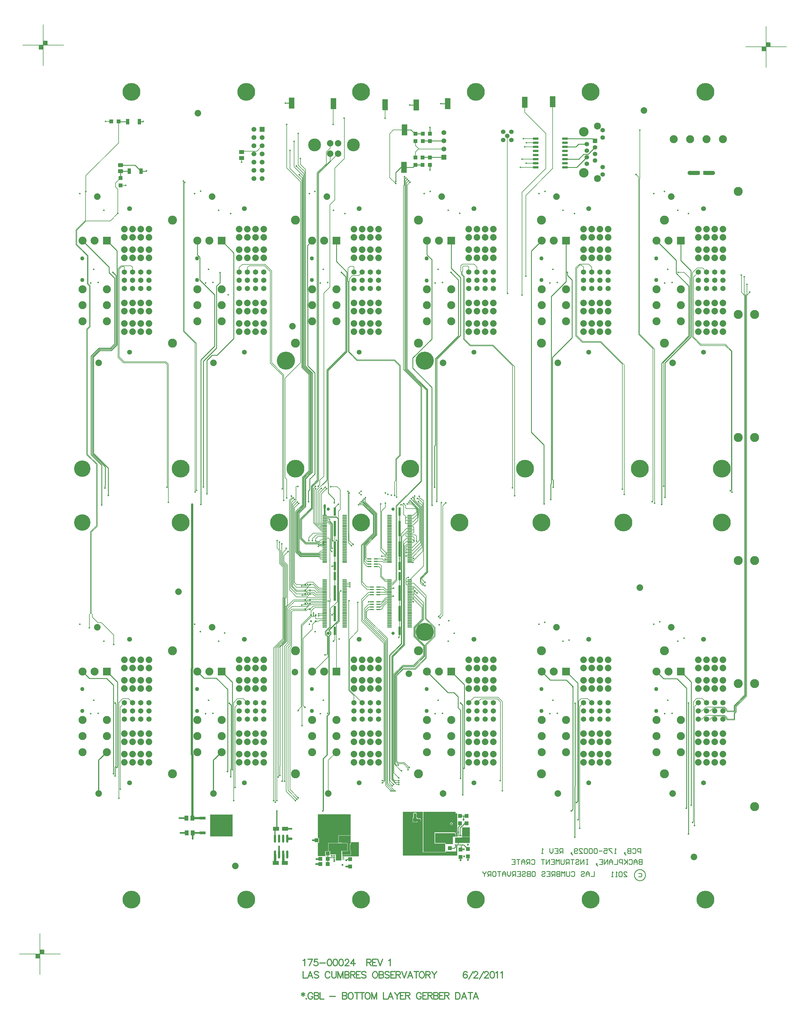
<source format=gbl>
%FSLAX23Y23*%
%MOIN*%
G70*
G01*
G75*
G04 Layer_Physical_Order=8*
G04 Layer_Color=16711680*
%ADD10R,0.035X0.037*%
%ADD11R,0.035X0.037*%
%ADD12R,0.036X0.036*%
%ADD13R,0.036X0.028*%
%ADD14R,0.050X0.050*%
%ADD15R,0.050X0.050*%
%ADD16C,0.005*%
%ADD17C,0.010*%
%ADD18C,0.050*%
%ADD19C,0.012*%
%ADD20C,0.012*%
%ADD21C,0.008*%
%ADD22C,0.012*%
%ADD23C,0.157*%
%ADD24C,0.079*%
%ADD25C,0.020*%
%ADD26C,0.220*%
%ADD27C,0.039*%
%ADD28C,0.055*%
%ADD29R,0.055X0.055*%
%ADD30C,0.116*%
%ADD31C,0.085*%
%ADD32R,0.098X0.098*%
%ADD33C,0.098*%
%ADD34C,0.080*%
%ADD35C,0.065*%
%ADD36C,0.059*%
%ADD37C,0.055*%
%ADD38R,0.059X0.059*%
%ADD39C,0.110*%
%ADD40C,0.217*%
%ADD41C,0.200*%
%ADD42C,0.026*%
%ADD43C,0.050*%
%ADD44C,0.024*%
%ADD45C,0.025*%
%ADD46C,0.040*%
%ADD47C,0.131*%
%ADD48C,0.076*%
%ADD49C,0.206*%
%ADD50C,0.080*%
%ADD51C,0.075*%
%ADD52C,0.168*%
%ADD53C,0.102*%
%ADD54C,0.091*%
G04:AMPARAMS|DCode=55|XSize=111.181mil|YSize=111.181mil|CornerRadius=0mil|HoleSize=0mil|Usage=FLASHONLY|Rotation=0.000|XOffset=0mil|YOffset=0mil|HoleType=Round|Shape=Relief|Width=30mil|Gap=10mil|Entries=4|*
%AMTHD55*
7,0,0,0.111,0.091,0.030,45*
%
%ADD55THD55*%
G04:AMPARAMS|DCode=56|XSize=112mil|YSize=112mil|CornerRadius=0mil|HoleSize=0mil|Usage=FLASHONLY|Rotation=0.000|XOffset=0mil|YOffset=0mil|HoleType=Round|Shape=Relief|Width=30mil|Gap=10mil|Entries=4|*
%AMTHD56*
7,0,0,0.112,0.092,0.030,45*
%
%ADD56THD56*%
%ADD57C,0.092*%
%ADD58C,0.138*%
%ADD59C,0.073*%
%ADD60C,0.099*%
G04:AMPARAMS|DCode=61|XSize=119.055mil|YSize=119.055mil|CornerRadius=0mil|HoleSize=0mil|Usage=FLASHONLY|Rotation=0.000|XOffset=0mil|YOffset=0mil|HoleType=Round|Shape=Relief|Width=30mil|Gap=10mil|Entries=4|*
%AMTHD61*
7,0,0,0.119,0.099,0.030,45*
%
%ADD61THD61*%
%ADD62C,0.075*%
G04:AMPARAMS|DCode=63|XSize=130mil|YSize=130mil|CornerRadius=0mil|HoleSize=0mil|Usage=FLASHONLY|Rotation=0.000|XOffset=0mil|YOffset=0mil|HoleType=Round|Shape=Relief|Width=30mil|Gap=10mil|Entries=4|*
%AMTHD63*
7,0,0,0.130,0.110,0.030,45*
%
%ADD63THD63*%
%ADD64C,0.168*%
%ADD65C,0.053*%
G04:AMPARAMS|DCode=66|XSize=88mil|YSize=88mil|CornerRadius=0mil|HoleSize=0mil|Usage=FLASHONLY|Rotation=0.000|XOffset=0mil|YOffset=0mil|HoleType=Round|Shape=Relief|Width=30mil|Gap=10mil|Entries=4|*
%AMTHD66*
7,0,0,0.088,0.068,0.030,45*
%
%ADD66THD66*%
G04:AMPARAMS|DCode=67|XSize=70mil|YSize=70mil|CornerRadius=0mil|HoleSize=0mil|Usage=FLASHONLY|Rotation=0.000|XOffset=0mil|YOffset=0mil|HoleType=Round|Shape=Relief|Width=30mil|Gap=10mil|Entries=4|*
%AMTHD67*
7,0,0,0.070,0.050,0.030,45*
%
%ADD67THD67*%
%ADD68C,0.068*%
G04:AMPARAMS|DCode=69|XSize=100mil|YSize=100mil|CornerRadius=0mil|HoleSize=0mil|Usage=FLASHONLY|Rotation=0.000|XOffset=0mil|YOffset=0mil|HoleType=Round|Shape=Relief|Width=10mil|Gap=10mil|Entries=4|*
%AMTHD69*
7,0,0,0.100,0.080,0.010,45*
%
%ADD69THD69*%
G04:AMPARAMS|DCode=70|XSize=70mil|YSize=70mil|CornerRadius=0mil|HoleSize=0mil|Usage=FLASHONLY|Rotation=0.000|XOffset=0mil|YOffset=0mil|HoleType=Round|Shape=Relief|Width=10mil|Gap=10mil|Entries=4|*
%AMTHD70*
7,0,0,0.070,0.050,0.010,45*
%
%ADD70THD70*%
G04:AMPARAMS|DCode=71|XSize=150.551mil|YSize=150.551mil|CornerRadius=0mil|HoleSize=0mil|Usage=FLASHONLY|Rotation=0.000|XOffset=0mil|YOffset=0mil|HoleType=Round|Shape=Relief|Width=10mil|Gap=10mil|Entries=4|*
%AMTHD71*
7,0,0,0.151,0.131,0.010,45*
%
%ADD71THD71*%
G04:AMPARAMS|DCode=72|XSize=96.221mil|YSize=96.221mil|CornerRadius=0mil|HoleSize=0mil|Usage=FLASHONLY|Rotation=0.000|XOffset=0mil|YOffset=0mil|HoleType=Round|Shape=Relief|Width=10mil|Gap=10mil|Entries=4|*
%AMTHD72*
7,0,0,0.096,0.076,0.010,45*
%
%ADD72THD72*%
G04:AMPARAMS|DCode=73|XSize=95mil|YSize=95mil|CornerRadius=0mil|HoleSize=0mil|Usage=FLASHONLY|Rotation=0.000|XOffset=0mil|YOffset=0mil|HoleType=Round|Shape=Relief|Width=10mil|Gap=10mil|Entries=4|*
%AMTHD73*
7,0,0,0.095,0.075,0.010,45*
%
%ADD73THD73*%
G04:AMPARAMS|DCode=74|XSize=122mil|YSize=122mil|CornerRadius=0mil|HoleSize=0mil|Usage=FLASHONLY|Rotation=0.000|XOffset=0mil|YOffset=0mil|HoleType=Round|Shape=Relief|Width=10mil|Gap=10mil|Entries=4|*
%AMTHD74*
7,0,0,0.122,0.102,0.010,45*
%
%ADD74THD74*%
G04:AMPARAMS|DCode=75|XSize=112mil|YSize=112mil|CornerRadius=0mil|HoleSize=0mil|Usage=FLASHONLY|Rotation=0.000|XOffset=0mil|YOffset=0mil|HoleType=Round|Shape=Relief|Width=10mil|Gap=10mil|Entries=4|*
%AMTHD75*
7,0,0,0.112,0.092,0.010,45*
%
%ADD75THD75*%
G04:AMPARAMS|DCode=76|XSize=93.465mil|YSize=93.465mil|CornerRadius=0mil|HoleSize=0mil|Usage=FLASHONLY|Rotation=0.000|XOffset=0mil|YOffset=0mil|HoleType=Round|Shape=Relief|Width=10mil|Gap=10mil|Entries=4|*
%AMTHD76*
7,0,0,0.093,0.073,0.010,45*
%
%ADD76THD76*%
G04:AMPARAMS|DCode=77|XSize=95.433mil|YSize=95.433mil|CornerRadius=0mil|HoleSize=0mil|Usage=FLASHONLY|Rotation=0.000|XOffset=0mil|YOffset=0mil|HoleType=Round|Shape=Relief|Width=10mil|Gap=10mil|Entries=4|*
%AMTHD77*
7,0,0,0.095,0.075,0.010,45*
%
%ADD77THD77*%
G04:AMPARAMS|DCode=78|XSize=72.992mil|YSize=72.992mil|CornerRadius=0mil|HoleSize=0mil|Usage=FLASHONLY|Rotation=0.000|XOffset=0mil|YOffset=0mil|HoleType=Round|Shape=Relief|Width=10mil|Gap=10mil|Entries=4|*
%AMTHD78*
7,0,0,0.073,0.053,0.010,45*
%
%ADD78THD78*%
G04:AMPARAMS|DCode=79|XSize=88mil|YSize=88mil|CornerRadius=0mil|HoleSize=0mil|Usage=FLASHONLY|Rotation=0.000|XOffset=0mil|YOffset=0mil|HoleType=Round|Shape=Relief|Width=10mil|Gap=10mil|Entries=4|*
%AMTHD79*
7,0,0,0.088,0.068,0.010,45*
%
%ADD79THD79*%
%ADD80R,0.075X0.037*%
%ADD81R,0.272X0.268*%
%ADD82R,0.057X0.012*%
%ADD83R,0.025X0.185*%
%ADD84R,0.025X0.100*%
%ADD85R,0.016X0.020*%
%ADD86R,0.020X0.020*%
%ADD87R,0.070X0.135*%
%ADD88R,0.078X0.048*%
%ADD89R,0.063X0.075*%
%ADD90O,0.028X0.098*%
%ADD91R,0.045X0.017*%
%ADD92R,0.087X0.059*%
%ADD93R,0.126X0.060*%
%ADD94R,0.065X0.094*%
%ADD95O,0.027X0.010*%
%ADD96R,0.094X0.065*%
%ADD97O,0.010X0.024*%
%ADD98R,0.040X0.067*%
%ADD99R,0.051X0.059*%
%ADD100R,0.070X0.025*%
%ADD101R,0.059X0.051*%
%ADD102R,0.059X0.087*%
%ADD103C,0.020*%
%ADD104C,0.030*%
G36*
X32713Y18775D02*
X32703D01*
Y18692D01*
X32713D01*
Y18644D01*
X32615D01*
X32611Y18648D01*
Y18686D01*
X32673D01*
X32676Y18687D01*
X32677Y18690D01*
Y18784D01*
X32676Y18787D01*
X32673Y18788D01*
X32611D01*
X32608Y18791D01*
X32568D01*
Y18876D01*
X32713D01*
Y18775D01*
D02*
G37*
G36*
X32673Y18690D02*
X32601D01*
Y18645D01*
X32540D01*
X32539Y18646D01*
X32463D01*
Y18688D01*
X32446D01*
Y18783D01*
X32447Y18784D01*
X32673D01*
Y18690D01*
D02*
G37*
G36*
X32816Y18622D02*
X32815Y18622D01*
Y18622D01*
X32815Y18622D01*
X32613D01*
Y18636D01*
Y18638D01*
X32616Y18639D01*
X32616D01*
Y18639D01*
D01*
X32633D01*
X32634Y18640D01*
X32713D01*
X32716Y18641D01*
X32717Y18644D01*
Y18692D01*
X32716Y18696D01*
X32713Y18697D01*
X32708D01*
Y18771D01*
X32713D01*
X32716Y18772D01*
X32717Y18775D01*
Y18795D01*
X32816D01*
Y18622D01*
D02*
G37*
G36*
X32713Y19134D02*
X32713D01*
X32713Y19134D01*
Y18880D01*
X32568D01*
X32565Y18879D01*
X32564Y18876D01*
Y18791D01*
X32562Y18788D01*
X32447D01*
X32445Y18788D01*
X32444Y18787D01*
X32443Y18786D01*
X32443Y18786D01*
X32443Y18786D01*
X32442Y18785D01*
X32442Y18783D01*
X32442Y18783D01*
X32442Y18783D01*
Y18688D01*
X32405D01*
Y18630D01*
X32425D01*
Y18625D01*
X32320D01*
X32316Y18630D01*
Y18790D01*
X32328D01*
Y18848D01*
X32316D01*
Y19136D01*
X32712D01*
X32713Y19134D01*
D02*
G37*
G36*
X33595Y18676D02*
X33597Y18673D01*
X33600Y18672D01*
X33869D01*
X33872Y18673D01*
X33873Y18676D01*
Y18683D01*
X34002D01*
Y18768D01*
X34014D01*
Y18633D01*
X33350D01*
Y18666D01*
Y19166D01*
X33595D01*
Y18676D01*
D02*
G37*
G36*
X33989Y18893D02*
X33990Y18892D01*
X33990Y18892D01*
X33990Y18891D01*
X33991Y18890D01*
X33991Y18890D01*
X33991Y18889D01*
X33994Y18888D01*
X33994Y18887D01*
Y18863D01*
X33962D01*
Y18773D01*
X33873D01*
Y18781D01*
X33872Y18784D01*
X33869Y18785D01*
X33744D01*
Y18908D01*
X33989D01*
Y18893D01*
D02*
G37*
G36*
X33994Y19146D02*
X34015D01*
Y18929D01*
X34014Y18929D01*
X34011Y18924D01*
X34009Y18917D01*
X34011Y18911D01*
X34014Y18906D01*
X34015Y18905D01*
Y18864D01*
X34013Y18863D01*
Y18863D01*
X34013Y18863D01*
X34004D01*
X33999Y18867D01*
X33999Y18867D01*
X33999Y18871D01*
Y18884D01*
X33999Y18888D01*
X33997Y18891D01*
X33994Y18893D01*
Y18916D01*
X33991Y18914D01*
X33986D01*
X33984Y18916D01*
X33739D01*
Y18781D01*
X33869D01*
Y18676D01*
X33600D01*
Y19166D01*
X33994D01*
Y19146D01*
D02*
G37*
G36*
X34169Y18863D02*
X34074D01*
Y18978D01*
X34169D01*
Y18863D01*
D02*
G37*
G36*
X34074Y18859D02*
X34167D01*
Y18785D01*
X34067D01*
Y18857D01*
X34071Y18860D01*
X34074Y18859D01*
D02*
G37*
%LPC*%
G36*
X33499Y19158D02*
X33491Y19156D01*
X33485Y19152D01*
X33481Y19146D01*
X33479Y19138D01*
Y19097D01*
X33470D01*
Y19039D01*
X33528D01*
Y19049D01*
X33554D01*
X33561Y19050D01*
X33567Y19055D01*
X33572Y19061D01*
X33573Y19068D01*
X33572Y19076D01*
X33567Y19082D01*
X33561Y19086D01*
X33554Y19088D01*
X33528D01*
Y19097D01*
X33518D01*
Y19138D01*
X33517Y19146D01*
X33513Y19152D01*
X33506Y19156D01*
X33499Y19158D01*
D02*
G37*
G36*
X33942Y19038D02*
X33936Y19036D01*
X33930Y19033D01*
X33927Y19028D01*
X33925Y19021D01*
X33927Y19015D01*
X33930Y19010D01*
X33936Y19006D01*
X33942Y19005D01*
X33948Y19006D01*
X33953Y19010D01*
X33957Y19015D01*
X33958Y19021D01*
X33957Y19028D01*
X33953Y19033D01*
X33948Y19036D01*
X33942Y19038D01*
D02*
G37*
%LPD*%
D14*
X33595Y27434D02*
D03*
Y27344D02*
D03*
X29907Y26803D02*
D03*
Y26893D02*
D03*
X34049Y19028D02*
D03*
Y19118D02*
D03*
X34129Y19028D02*
D03*
Y19118D02*
D03*
X34054Y18618D02*
D03*
Y18708D02*
D03*
X34144Y18713D02*
D03*
Y18623D02*
D03*
X34134Y18918D02*
D03*
Y18828D02*
D03*
X32708Y18591D02*
D03*
Y18501D02*
D03*
X33505Y27144D02*
D03*
Y27054D02*
D03*
Y27344D02*
D03*
Y27434D02*
D03*
X33680Y27144D02*
D03*
Y27054D02*
D03*
X33590D02*
D03*
Y27144D02*
D03*
X33680Y27344D02*
D03*
Y27434D02*
D03*
D15*
X36947Y26956D02*
D03*
X37037D02*
D03*
X29793Y27582D02*
D03*
X29883D02*
D03*
X33924Y18723D02*
D03*
X33834D02*
D03*
X33409Y19068D02*
D03*
X33499D02*
D03*
X32344Y18529D02*
D03*
X32434D02*
D03*
X32344Y18659D02*
D03*
X32434D02*
D03*
X32389Y18819D02*
D03*
X32299D02*
D03*
X32434Y18594D02*
D03*
X32344D02*
D03*
D16*
X33528Y22988D02*
X33533Y22983D01*
X33541D01*
X33595Y22344D02*
Y22929D01*
X33541Y22983D02*
X33595Y22929D01*
X33552Y23014D02*
X33555Y22994D01*
X32470Y22353D02*
X32483Y22340D01*
X32296Y22543D02*
X32399D01*
X32313Y22524D02*
X32399D01*
X33362Y22791D02*
Y22894D01*
Y22791D02*
X33383Y22770D01*
Y22745D02*
Y22770D01*
X33395Y22524D02*
X33433D01*
X33389Y22529D02*
X33395Y22524D01*
X33389Y22529D02*
Y22549D01*
X33403Y22563D01*
X33433D01*
X32521Y22874D02*
X32563Y22916D01*
X32521Y22826D02*
Y22874D01*
X32431Y22720D02*
X32480Y22671D01*
Y22392D02*
Y22671D01*
Y22392D02*
X32493Y22379D01*
X32431Y22701D02*
X32470Y22662D01*
Y22353D02*
Y22662D01*
X32449Y22504D02*
X32461Y22492D01*
Y21761D02*
Y22492D01*
Y21761D02*
X32468Y21753D01*
X32521Y22369D02*
Y22619D01*
X32521Y22619D01*
Y22039D02*
Y22162D01*
X32488Y22160D02*
X32489Y22162D01*
X32521D01*
X29484Y26922D02*
X29883Y27321D01*
Y27582D01*
X29847Y26833D02*
X29907Y26893D01*
X29847Y26784D02*
Y26833D01*
Y26784D02*
X29874Y26757D01*
Y26462D02*
Y26757D01*
X29484Y26730D02*
Y26922D01*
X29783Y26371D02*
X29874Y26462D01*
X29489Y26371D02*
X29783D01*
X29480Y26375D02*
Y26726D01*
X29565Y21571D02*
Y21573D01*
Y21539D02*
Y21571D01*
X29552Y21585D02*
X29565Y21571D01*
X29823Y21207D02*
Y21323D01*
X29673Y21473D02*
X29823Y21323D01*
X29565Y21539D02*
X29631Y21473D01*
X29673D01*
X29529Y21410D02*
Y21571D01*
X29375Y26257D02*
X29489Y26371D01*
X29366Y26261D02*
X29480Y26375D01*
X29366Y26080D02*
Y26261D01*
X29375Y26084D02*
Y26257D01*
X29366Y26080D02*
X29503Y25943D01*
Y25602D02*
Y25943D01*
Y25602D02*
X29506Y25599D01*
Y25599D02*
Y25599D01*
X29375Y26084D02*
X29512Y25947D01*
Y25605D02*
Y25947D01*
Y25605D02*
X29538Y25580D01*
Y25079D02*
Y25580D01*
X29506Y25599D02*
X29529Y25576D01*
Y25083D02*
Y25576D01*
X29505Y25046D02*
X29538Y25079D01*
X29496Y25050D02*
X29529Y25083D01*
X29496Y23520D02*
Y25050D01*
X29505Y23524D02*
Y25046D01*
Y23524D02*
X29623Y23406D01*
X29496Y23520D02*
X29614Y23402D01*
Y22652D02*
Y23402D01*
X29623Y22648D02*
Y23406D01*
X29552Y22577D02*
X29623Y22648D01*
X29542Y22580D02*
X29614Y22652D01*
X29542Y21585D02*
Y22580D01*
X29552Y21585D02*
Y22577D01*
X29529Y21571D02*
X29542Y21585D01*
X36238Y26879D02*
X36240Y26881D01*
Y27475D01*
X36196Y26935D02*
X36229Y26902D01*
Y24985D02*
Y26902D01*
X36238Y24989D02*
Y26879D01*
Y24989D02*
X36421Y24806D01*
Y22931D02*
Y24806D01*
X36229Y24985D02*
X36401Y24813D01*
Y22959D02*
Y24813D01*
X33837Y21562D02*
Y22897D01*
X33806Y21531D02*
X33837Y21562D01*
X33789Y21548D02*
X33817Y21576D01*
X32326Y21581D02*
X32328Y21579D01*
X32326Y21557D02*
X32328Y21559D01*
Y21579D02*
X32399D01*
X32328Y21559D02*
X32399D01*
X33236Y27479D02*
X33370D01*
X33191Y27434D02*
X33236Y27479D01*
X33191Y26898D02*
Y27434D01*
X32680Y23074D02*
X32683Y23071D01*
X32687Y22448D02*
X32726Y22409D01*
X32683Y22554D02*
Y23071D01*
X32687Y22448D02*
Y22550D01*
X32683Y22554D02*
X32687Y22550D01*
X30834Y23085D02*
Y24877D01*
X30683Y25028D02*
X30834Y24877D01*
X32359Y22405D02*
X32399D01*
X32354Y22411D02*
X32359Y22405D01*
X32327Y22411D02*
X32354D01*
X32320Y22403D02*
X32327Y22411D01*
X32696Y23051D02*
X32699Y23054D01*
X32696Y22473D02*
X32743Y22426D01*
X32696Y22473D02*
Y23051D01*
X30674Y25024D02*
Y26857D01*
X30817Y23068D02*
Y24881D01*
X30674Y25024D02*
X30817Y24881D01*
X32320Y22427D02*
X32327Y22420D01*
X33191Y26898D02*
X33263Y26826D01*
X30674Y26857D02*
X30674Y26857D01*
X30683Y26832D02*
X30691Y26840D01*
X30683Y25028D02*
Y26832D01*
X32521Y22369D02*
X32521Y22369D01*
Y22162D02*
Y22369D01*
Y21832D02*
Y22039D01*
X32487Y21568D02*
X32501Y21582D01*
X32521D01*
X32505Y21248D02*
X32521Y21264D01*
Y21374D01*
X33311Y21832D02*
Y22039D01*
X33383Y22681D02*
Y22745D01*
X33384Y22720D02*
X33433D01*
X33383Y22745D02*
X33398Y22760D01*
X33433D01*
X33383Y22681D02*
X33383Y22681D01*
X33433D01*
Y22642D02*
X33477D01*
X33485Y22602D02*
Y22634D01*
Y22574D02*
Y22602D01*
X33485Y22602D02*
X33485Y22602D01*
X33433Y22602D02*
X33485D01*
X33477Y22642D02*
X33485Y22634D01*
X33474Y22563D02*
X33485Y22574D01*
X33433Y22563D02*
X33474D01*
X33488Y22486D02*
Y22511D01*
X33476Y22524D02*
X33488Y22511D01*
X33433Y22524D02*
X33476D01*
X33475Y22445D02*
X33488Y22458D01*
X33433Y22445D02*
X33475D01*
X33392Y22362D02*
Y22398D01*
X33399Y22405D01*
X33433D01*
X33392Y22327D02*
Y22362D01*
Y22326D02*
Y22327D01*
Y22362D02*
X33396Y22366D01*
X33433D01*
X33390Y22287D02*
X33392D01*
X33390Y22287D02*
X33390Y22287D01*
X33471Y22248D02*
X33481Y22258D01*
X33433Y22248D02*
X33471D01*
X33479Y22228D02*
X33595Y22344D01*
X33433Y22228D02*
X33479D01*
X33473Y22209D02*
X33473Y22208D01*
X33433Y22209D02*
X33473D01*
X33149Y22309D02*
X33151Y22307D01*
X33189D01*
X33149Y22267D02*
X33150Y22268D01*
X33189D01*
X33311Y21582D02*
Y21832D01*
Y21374D02*
Y21582D01*
Y21308D02*
Y21374D01*
X33300Y21294D02*
Y21297D01*
X33311Y21308D01*
X33391Y21939D02*
Y22011D01*
X33391Y21972D02*
X33433D01*
X33404Y22024D02*
X33419D01*
X33391Y22011D02*
X33404Y22024D01*
X33391Y21939D02*
X33397Y21933D01*
X33433D01*
Y21854D02*
X33482D01*
X33476Y21894D02*
X33478Y21892D01*
X33433Y21894D02*
X33476D01*
X33511Y21845D02*
X33523Y21832D01*
X33491Y21845D02*
X33511D01*
X33482Y21854D02*
X33491Y21845D01*
X33478Y21815D02*
X33478Y21815D01*
X33433Y21815D02*
X33478D01*
X33476Y21775D02*
X33477Y21774D01*
X33433Y21775D02*
X33476D01*
X33470Y21736D02*
X33479Y21727D01*
X33433Y21736D02*
X33470D01*
X31383Y27085D02*
X31386Y27088D01*
Y27137D01*
X31571Y27221D02*
X31635Y27285D01*
X31396Y27221D02*
X31571D01*
X31386Y27211D02*
X31396Y27221D01*
X32075Y27051D02*
Y27435D01*
X32025Y27030D02*
Y27339D01*
X31975Y27009D02*
Y27229D01*
X32100Y27061D02*
Y27129D01*
X32050Y27040D02*
X32145Y26945D01*
X32087Y26932D02*
X32127Y26892D01*
X32050Y27040D02*
Y27040D01*
X32075Y27051D02*
X32154Y26972D01*
X32100Y27061D02*
X32163Y26998D01*
X32154Y24599D02*
Y26972D01*
X32025Y27030D02*
X32136Y26919D01*
X31975Y27009D02*
X32118Y26866D01*
X32127Y24588D02*
Y26892D01*
X32118Y24584D02*
Y26866D01*
X32136Y24592D02*
Y26919D01*
X32145Y24595D02*
Y26945D01*
X32154Y24599D02*
X32230Y24523D01*
X32163Y24603D02*
Y26998D01*
Y24603D02*
X32236Y24529D01*
Y24529D02*
Y24529D01*
Y24529D02*
X32239Y24527D01*
Y24527D02*
Y24527D01*
Y24527D02*
X32242Y24524D01*
Y24524D02*
Y24524D01*
Y24524D02*
X32244Y24521D01*
Y24521D02*
Y24521D01*
Y24521D02*
X32247Y24519D01*
Y24519D02*
Y24519D01*
Y24519D02*
X32250Y24516D01*
Y23305D02*
Y24516D01*
X32247Y23302D02*
X32250Y23305D01*
X32247Y23302D02*
Y23302D01*
X32244Y23299D02*
X32247Y23302D01*
X32244Y23299D02*
Y23299D01*
X32242Y23297D02*
X32244Y23299D01*
X32242Y23297D02*
Y23297D01*
X32239Y23294D02*
X32242Y23297D01*
X32239Y23294D02*
Y23294D01*
X32236Y23292D02*
X32239Y23294D01*
X32236Y23292D02*
Y23292D01*
X32230Y24523D02*
Y24523D01*
Y24523D02*
X32233Y24520D01*
Y24520D02*
Y24520D01*
Y24520D02*
X32235Y24518D01*
Y24518D02*
Y24518D01*
Y24518D02*
X32238Y24515D01*
Y24515D02*
Y24515D01*
Y24515D02*
X32241Y24512D01*
Y23308D02*
Y24512D01*
X32238Y23306D02*
X32241Y23308D01*
X32238Y23306D02*
Y23306D01*
X32235Y23303D02*
X32238Y23306D01*
X32235Y23303D02*
Y23303D01*
X32233Y23301D02*
X32235Y23303D01*
X32233Y23301D02*
Y23301D01*
X32230Y23298D02*
X32233Y23301D01*
X32230Y23298D02*
Y23298D01*
X32145Y24595D02*
X32224Y24516D01*
Y24516D02*
Y24516D01*
Y24516D02*
X32226Y24514D01*
Y24514D02*
Y24514D01*
Y24514D02*
X32229Y24511D01*
Y24511D02*
Y24511D01*
Y24511D02*
X32232Y24509D01*
Y23312D02*
Y24509D01*
X32229Y23310D02*
X32232Y23312D01*
X32229Y23310D02*
Y23310D01*
X32226Y23307D02*
X32229Y23310D01*
X32226Y23307D02*
Y23307D01*
X32224Y23304D02*
X32226Y23307D01*
X32224Y23304D02*
Y23304D01*
X32136Y24592D02*
X32217Y24510D01*
Y24510D02*
Y24510D01*
Y24510D02*
X32220Y24507D01*
Y24507D02*
Y24507D01*
Y24507D02*
X32223Y24505D01*
Y23316D02*
Y24505D01*
X32220Y23313D02*
X32223Y23316D01*
X32220Y23313D02*
Y23313D01*
X32217Y23311D02*
X32220Y23313D01*
X32217Y23311D02*
Y23311D01*
X32127Y24588D02*
X32211Y24504D01*
Y24504D02*
Y24504D01*
Y24504D02*
X32214Y24501D01*
Y23320D02*
Y24501D01*
X32211Y23317D02*
X32214Y23320D01*
X32211Y23317D02*
Y23317D01*
X32118Y24584D02*
X32205Y24497D01*
Y23323D02*
Y24497D01*
X32124Y23243D02*
X32205Y23323D01*
X32133Y23239D02*
X32211Y23317D01*
X32142Y23235D02*
X32217Y23311D01*
X32169Y23224D02*
X32236Y23292D01*
X32160Y23228D02*
X32230Y23298D01*
X32151Y23232D02*
X32224Y23304D01*
X32124Y22907D02*
Y23243D01*
X32142Y22899D02*
Y23235D01*
X32151Y22896D02*
Y23232D01*
X32160Y22892D02*
Y23228D01*
X32169Y22888D02*
Y23224D01*
X32087Y22806D02*
X32169Y22888D01*
X32078Y22810D02*
X32160Y22892D01*
X32069Y22814D02*
X32151Y22896D01*
X32060Y22817D02*
X32142Y22899D01*
X32133Y22903D02*
Y23239D01*
X32051Y22821D02*
X32133Y22903D01*
X32042Y22825D02*
X32124Y22907D01*
X32078Y22347D02*
Y22810D01*
X32087Y22351D02*
Y22806D01*
X32042Y22332D02*
Y22825D01*
X32051Y22336D02*
Y22821D01*
X32060Y22340D02*
Y22817D01*
X32069Y22344D02*
Y22814D01*
X32042Y22332D02*
X32100Y22275D01*
X32051Y22336D02*
X32104Y22284D01*
X32060Y22340D02*
X32107Y22293D01*
X32069Y22344D02*
X32111Y22302D01*
X32078Y22347D02*
X32115Y22311D01*
X32087Y22351D02*
X32118Y22320D01*
X32325D01*
X32352Y22346D01*
X32115Y22311D02*
X32336D01*
X32352Y22327D01*
X32111Y22302D02*
X32347D01*
X32352Y22307D01*
X32100Y22275D02*
X32325D01*
X32352Y22248D01*
X32104Y22284D02*
X32336D01*
X32352Y22268D01*
X32107Y22293D02*
X32347D01*
X32352Y22287D01*
Y22346D02*
X32399D01*
X32352Y22327D02*
X32399D01*
X32352Y22307D02*
X32399D01*
X32352Y22248D02*
X32399D01*
X32352Y22268D02*
X32399D01*
X32352Y22287D02*
X32399D01*
X32233Y23136D02*
X32306Y23210D01*
X32233Y22871D02*
Y23136D01*
X32242Y23132D02*
X32315Y23206D01*
X32242Y22867D02*
Y23132D01*
X32251Y23129D02*
X32324Y23202D01*
X32251Y22864D02*
Y23129D01*
X32260Y22691D02*
Y23108D01*
X32472Y27101D02*
X32561Y27190D01*
X32472Y27096D02*
Y27101D01*
X32331Y26955D02*
X32472Y27096D01*
X32331Y26955D02*
Y26955D01*
X32463Y27100D02*
Y27190D01*
X32315Y26952D02*
X32463Y27100D01*
X32417Y27209D02*
X32463Y27255D01*
Y27316D01*
X32417Y27066D02*
Y27209D01*
X32306Y26956D02*
X32417Y27066D01*
X32306Y23210D02*
Y26956D01*
X32315Y23206D02*
Y26952D01*
X32324Y26948D02*
X32331Y26955D01*
X32324Y23202D02*
Y26948D01*
X32104Y22743D02*
X32233Y22871D01*
X32111Y22736D02*
X32242Y22867D01*
X32117Y22730D02*
X32251Y22864D01*
X32104Y22743D02*
Y22743D01*
X32102Y22740D02*
X32104Y22743D01*
X32102Y22740D02*
Y22740D01*
X32099Y22738D02*
X32102Y22740D01*
X32099Y22496D02*
Y22738D01*
Y22496D02*
X32102Y22493D01*
Y22493D02*
Y22493D01*
Y22493D02*
X32104Y22490D01*
Y22490D02*
Y22490D01*
X32111Y22736D02*
Y22736D01*
X32108Y22734D02*
X32111Y22736D01*
X32108Y22499D02*
Y22734D01*
Y22499D02*
X32111Y22497D01*
Y22497D02*
Y22497D01*
X32117Y22503D02*
Y22730D01*
X32352Y22484D02*
X32399D01*
X34784Y27023D02*
X34785Y27024D01*
X34972D01*
X34856Y27072D02*
X34858Y27074D01*
X34972D01*
X34803Y27122D02*
X34805Y27124D01*
X34972D01*
X34838Y27274D02*
X34972D01*
X34857Y27324D02*
X34972D01*
X34820Y27372D02*
X34822Y27374D01*
X34972D01*
X33656Y22085D02*
Y24313D01*
X33581Y22010D02*
X33656Y22085D01*
X33581Y22003D02*
X33622Y21962D01*
X33581Y22003D02*
Y22010D01*
X33403Y24566D02*
X33656Y24313D01*
X33403Y26808D02*
X33438Y26843D01*
X33403Y24566D02*
Y26808D01*
X32702Y21953D02*
X32706Y21957D01*
X32642Y21953D02*
X32702D01*
X33572Y22014D02*
X33647Y22089D01*
Y24310D01*
X33572Y21972D02*
Y22014D01*
Y21972D02*
X33602Y21942D01*
X33394Y24563D02*
X33647Y24310D01*
X33394Y26833D02*
X33421Y26860D01*
X33394Y24563D02*
Y26833D01*
X32642Y21933D02*
X32706D01*
X33367Y26908D02*
X33370Y26911D01*
X33570Y23198D02*
Y24348D01*
X33367Y26808D02*
Y26908D01*
X33359Y26800D02*
X33367Y26808D01*
X33359Y24559D02*
X33570Y24348D01*
X33269Y22897D02*
X33570Y23198D01*
X33359Y24559D02*
Y26800D01*
X33269Y21997D02*
Y22897D01*
X33225Y21953D02*
X33269Y21997D01*
X33189Y21953D02*
X33225D01*
X33376Y24555D02*
X33581Y24350D01*
Y23196D02*
Y24350D01*
X33376Y26883D02*
X33387Y26894D01*
X33278Y22893D02*
X33581Y23196D01*
X33376Y24555D02*
Y26883D01*
X33278Y21986D02*
Y22893D01*
X33225Y21933D02*
X33278Y21986D01*
X33189Y21933D02*
X33225D01*
X33563Y22018D02*
X33638Y22093D01*
Y24306D01*
X33563Y21958D02*
Y22018D01*
X33619Y21926D02*
X33622Y21922D01*
X33563Y21958D02*
X33595Y21926D01*
X33619D01*
X33385Y24559D02*
X33638Y24306D01*
X33385Y26858D02*
X33404Y26877D01*
X33385Y24559D02*
Y26858D01*
X32702Y21913D02*
X32706Y21909D01*
X32642Y21913D02*
X32702D01*
X32260Y21562D02*
Y21591D01*
X32190Y21701D02*
Y21707D01*
Y21816D02*
Y21822D01*
Y21931D02*
Y21937D01*
X32189D02*
X32190D01*
X32173Y21920D02*
X32189Y21937D01*
X32120Y21920D02*
X32173D01*
X32119Y21920D02*
X32120Y21920D01*
X32189Y21822D02*
X32190D01*
X32173Y21805D02*
X32189Y21822D01*
X32124Y21805D02*
X32173D01*
X32123Y21805D02*
X32124Y21805D01*
X32189Y21707D02*
X32190D01*
X32173Y21690D02*
X32189Y21707D01*
X32121Y21690D02*
X32173D01*
X32118Y21688D02*
X32121Y21690D01*
X32160Y21707D02*
X32188Y21734D01*
X32397D01*
X33505Y27144D02*
Y27209D01*
X33541Y27245D01*
X33851D01*
X33505Y27289D02*
Y27344D01*
Y27289D02*
X33541Y27253D01*
Y27245D02*
Y27253D01*
X29907Y26803D02*
X29972D01*
X29723Y27582D02*
X29793D01*
X33433Y21874D02*
X33485D01*
X32935Y21726D02*
X32974D01*
X33433Y21992D02*
X33604Y22163D01*
Y22960D01*
X33555Y22994D02*
X33604Y22960D01*
X33433Y22268D02*
X33464D01*
X33585Y22389D01*
X33544Y22935D02*
X33585Y22911D01*
Y22389D02*
Y22911D01*
X33433Y22661D02*
X33476D01*
X33536Y22721D01*
Y22748D01*
X33539Y22751D01*
Y22778D01*
X33542Y22781D02*
Y22807D01*
X33539Y22778D02*
X33542Y22781D01*
X33445Y22961D02*
X33545Y22861D01*
X33542Y22807D02*
X33545Y22810D01*
Y22861D01*
X32844Y21965D02*
X32847Y21962D01*
X32844Y21965D02*
Y22416D01*
X32847Y21944D02*
X32916Y21875D01*
X32847Y21944D02*
Y21962D01*
X32810Y22911D02*
X32863D01*
X32844Y22416D02*
X32990Y22562D01*
X32916Y21875D02*
X32974D01*
X32990Y22562D02*
Y22784D01*
X32863Y22911D02*
X32990Y22784D01*
X32358Y22691D02*
X32368Y22681D01*
X32358Y22691D02*
Y23043D01*
X32368Y22681D02*
X32399D01*
X32358Y23043D02*
X32421Y23106D01*
X32319Y22691D02*
X32368Y22642D01*
X32319Y22691D02*
Y23072D01*
X32368Y22642D02*
X32399D01*
X37007Y25795D02*
X37056Y25746D01*
X36941Y25795D02*
X37007D01*
X36881Y25735D02*
X36941Y25795D01*
X37285Y24851D02*
X37357Y24779D01*
Y23093D02*
Y24779D01*
X37345Y23081D02*
X37357Y23093D01*
X36881Y24955D02*
Y25735D01*
Y24955D02*
X36985Y24851D01*
X37285D01*
X36709Y25742D02*
X36782D01*
X36850Y25674D01*
Y24964D02*
Y25674D01*
X36531Y24645D02*
X36850Y24964D01*
X36531Y23136D02*
Y24645D01*
X36530Y23135D02*
X36531Y23136D01*
X35656Y25746D02*
Y25805D01*
X35617Y25844D02*
X35656Y25805D01*
X35507Y25844D02*
X35617D01*
X35459Y25796D02*
X35507Y25844D01*
X35459Y24969D02*
Y25796D01*
Y24969D02*
X35539Y24889D01*
X35761D01*
X32853Y21969D02*
X32916Y21906D01*
X32853Y21969D02*
Y22412D01*
X32916Y21906D02*
X32974D01*
X32853Y22412D02*
X32999Y22558D01*
X32827Y22928D02*
X32859D01*
X32999Y22787D01*
Y22558D02*
Y22787D01*
X35761Y24889D02*
X36028Y24622D01*
Y23099D02*
Y24622D01*
X33433Y22701D02*
X33476D01*
X33530Y22755D01*
Y22781D02*
X33533Y22784D01*
X33530Y22755D02*
Y22781D01*
X33533Y22784D02*
Y22811D01*
X33536Y22814D01*
Y22858D01*
X32368Y22661D02*
X32399D01*
X32338Y22691D02*
Y23057D01*
Y22691D02*
X32368Y22661D01*
X32338Y23057D02*
X32404Y23123D01*
X34256Y25746D02*
Y25808D01*
X34222Y25842D02*
X34256Y25808D01*
X34079Y25842D02*
X34222D01*
X34059Y25822D02*
X34079Y25842D01*
X34059Y25756D02*
Y25822D01*
Y25756D02*
X34065Y25750D01*
Y25716D02*
Y25750D01*
Y25716D02*
X34091Y25690D01*
Y24927D02*
Y25690D01*
Y24927D02*
X34172Y24846D01*
X34448D01*
X32873Y22200D02*
X32916Y22157D01*
X32873Y22200D02*
Y22419D01*
X32916Y22157D02*
X32944D01*
X32873Y22419D02*
X33008Y22554D01*
X32844Y22945D02*
X32854D01*
X33008Y22791D01*
Y22554D02*
Y22791D01*
X34448Y24846D02*
X34689Y24605D01*
Y23118D02*
Y24605D01*
X33540Y22950D02*
X33544Y22935D01*
X33081Y22350D02*
Y22829D01*
X33144Y22287D02*
X33189D01*
X33081Y22350D02*
X33144Y22287D01*
Y22327D02*
X33189D01*
X33091Y22380D02*
X33144Y22327D01*
X33091Y22380D02*
Y22834D01*
X33433Y22386D02*
X33464D01*
X33555Y22477D01*
X33433Y22740D02*
X33476D01*
X33524Y22788D01*
Y22815D02*
X33527Y22818D01*
X33524Y22788D02*
Y22815D01*
X33527Y22818D02*
Y22854D01*
X33433Y22779D02*
X33476D01*
X33518Y22821D01*
X33506Y22862D02*
X33518Y22850D01*
Y22821D02*
Y22850D01*
X33396Y22862D02*
X33506D01*
X33433Y22346D02*
X33464D01*
X33565Y22447D01*
X33433Y22307D02*
X33464D01*
X33575Y22418D01*
Y22887D01*
X32700Y25668D02*
X32736Y25704D01*
X32700Y25637D02*
Y25668D01*
X32736Y25704D02*
X32813D01*
X32856Y25746D01*
X32916Y22188D02*
X32944D01*
X32882Y22222D02*
Y22416D01*
Y22222D02*
X32916Y22188D01*
X32882Y22416D02*
X33014Y22548D01*
Y22548D01*
X32861Y22951D02*
X33014Y22798D01*
X32861Y22951D02*
Y22962D01*
X33014Y22548D02*
X33017Y22550D01*
Y22795D01*
X33014Y22798D02*
Y22798D01*
Y22798D02*
X33017Y22795D01*
X32682Y25793D02*
X32707Y25818D01*
X32746D01*
X32756Y25809D01*
Y25746D02*
Y25809D01*
X32005Y21917D02*
X32056Y21866D01*
X32005Y21917D02*
Y22917D01*
X32056Y21866D02*
X32160D01*
X32196Y21902D01*
X32005Y22917D02*
X32048Y22960D01*
X32270Y21902D02*
X32317Y21854D01*
X32196Y21902D02*
X32270D01*
X32317Y21854D02*
X32399D01*
X32696Y25634D02*
X32700Y25637D01*
X32696Y24777D02*
Y25634D01*
X32687Y24772D02*
Y25633D01*
Y24772D02*
X32791Y24668D01*
X32696Y24777D02*
X32795Y24678D01*
X33251D01*
X32791Y24668D02*
X33247D01*
X33311Y24604D01*
X33251Y24678D02*
X33318Y24611D01*
X33311Y23514D02*
Y24604D01*
X33264Y23467D02*
X33311Y23514D01*
X33318Y24611D02*
Y24611D01*
Y24611D02*
X33321Y24608D01*
Y23510D02*
Y24608D01*
X33318Y23507D02*
X33321Y23510D01*
X33318Y23507D02*
Y23507D01*
X33274Y23463D02*
X33318Y23507D01*
X33274Y23002D02*
Y23463D01*
X33264Y23204D02*
Y23467D01*
X32682Y25637D02*
X32687Y25633D01*
X32682Y25631D02*
Y25637D01*
Y25793D01*
X33252Y23192D02*
X33264Y23204D01*
X33252Y23026D02*
Y23192D01*
X33250Y23024D02*
X33252Y23026D01*
X32048Y22960D02*
Y23132D01*
X32368Y22602D02*
X32399D01*
X32299Y22691D02*
X32368Y22622D01*
X32299Y22691D02*
Y23086D01*
X32368Y22622D02*
X32399D01*
X32299Y23086D02*
X32370Y23157D01*
X32260Y22691D02*
X32368Y22583D01*
X32399D01*
X31356Y25746D02*
Y25802D01*
X31456Y25746D02*
Y25802D01*
X31478Y25824D01*
X31664D01*
X31356Y25802D02*
X31393Y25839D01*
X31670D01*
X31664Y25824D02*
X31735Y25753D01*
X31670Y25839D02*
X31750Y25759D01*
Y24643D02*
Y25759D01*
Y24643D02*
X31899Y24494D01*
X31735Y24637D02*
Y25753D01*
Y24637D02*
X31884Y24488D01*
Y23104D02*
Y24488D01*
X31899Y22963D02*
Y24494D01*
X32878Y22947D02*
Y22979D01*
Y22947D02*
X33021Y22804D01*
X32916Y22220D02*
X32944D01*
X32891Y22245D02*
Y22412D01*
Y22245D02*
X32916Y22220D01*
X32891Y22412D02*
X33021Y22541D01*
Y22541D02*
X33023Y22544D01*
X33021Y22541D02*
Y22541D01*
X33023Y22544D02*
Y22544D01*
X33021Y22804D02*
Y22804D01*
X33023Y22801D02*
Y22801D01*
Y22544D02*
X33026Y22547D01*
Y22799D01*
X33021Y22804D02*
X33023Y22801D01*
Y22801D02*
X33026Y22799D01*
X32017Y21942D02*
Y22895D01*
Y21942D02*
X32056Y21903D01*
X32017Y22895D02*
X32065Y22943D01*
X32260Y21937D02*
X32323Y21874D01*
X32185Y21903D02*
X32218Y21937D01*
X32323Y21874D02*
X32399D01*
X32056Y21903D02*
X32185D01*
X32218Y21937D02*
X32219D01*
X32260D01*
X31898Y22962D02*
X31899Y22963D01*
X31883Y23103D02*
X31884Y23104D01*
X31882Y23103D02*
X31883D01*
X29956Y25746D02*
Y25805D01*
X30056Y25746D02*
Y25805D01*
X29949Y25812D02*
X29956Y25805D01*
X29920Y25812D02*
X29949D01*
X30037Y25824D02*
X30056Y25805D01*
X29890Y25782D02*
X29920Y25812D01*
X29890Y24713D02*
Y25782D01*
X29915Y25824D02*
X30037D01*
X29878Y25787D02*
X29915Y25824D01*
X29878Y24708D02*
Y25787D01*
X29890Y24713D02*
X29951Y24652D01*
X29878Y24708D02*
X29946Y24640D01*
X30455D01*
X30479Y24616D01*
X29951Y24652D02*
X30460D01*
X30487Y24625D01*
X30479Y23126D02*
Y24616D01*
X30487Y24625D02*
Y24625D01*
Y24625D02*
X30491Y24621D01*
Y22939D02*
Y24621D01*
X32895Y22943D02*
Y22996D01*
Y22943D02*
X33027Y22810D01*
X32900Y22408D02*
X33027Y22535D01*
X32916Y22251D02*
X32944D01*
X32900Y22267D02*
Y22408D01*
Y22267D02*
X32916Y22251D01*
X33027Y22535D02*
X33030Y22538D01*
X33027Y22535D02*
Y22535D01*
X33030Y22538D02*
X33032Y22540D01*
X33030Y22538D02*
Y22538D01*
Y22808D02*
Y22808D01*
X33032Y22540D02*
Y22540D01*
X33027Y22810D02*
Y22810D01*
Y22810D02*
X33030Y22808D01*
X33032Y22540D02*
X33035Y22543D01*
Y22802D01*
X33030Y22808D02*
X33032Y22805D01*
Y22805D02*
X33035Y22802D01*
X33032Y22805D02*
Y22805D01*
X32029Y21964D02*
Y22873D01*
X32082Y22926D01*
X32255Y21967D02*
X32328Y21894D01*
X32399D01*
X32029Y21964D02*
X32056Y21937D01*
X32160D01*
X32190Y21967D01*
X32255D01*
X30476Y23123D02*
X30479Y23126D01*
X30474Y23123D02*
X30476D01*
X32701Y20650D02*
X32855Y20495D01*
X32701Y20650D02*
Y21271D01*
X32802Y21372D01*
Y21721D01*
X32756Y20495D02*
Y20582D01*
X32692Y20646D02*
X32756Y20582D01*
X32692Y20646D02*
Y21738D01*
X32694Y21740D01*
X32400Y21737D02*
X32452D01*
X32397Y21734D02*
X32399Y21736D01*
X32400Y21737D01*
X32540Y20878D02*
Y21452D01*
X32577Y21490D01*
Y21845D01*
X32593Y21860D01*
X33485Y21874D02*
X33498Y21861D01*
X32245Y20878D02*
X32262D01*
X33433Y22543D02*
X33501D01*
X32459Y21721D02*
X32468Y21730D01*
Y21753D01*
X32399Y22504D02*
X32449D01*
X33735Y21312D02*
Y21408D01*
X33499Y20914D02*
X33629Y21044D01*
Y21205D01*
X33624Y21520D02*
X33735Y21408D01*
X33629Y21205D02*
X33735Y21312D01*
X33634Y21522D02*
X33744Y21412D01*
Y21308D02*
Y21412D01*
X33638Y21201D02*
X33744Y21308D01*
X33638Y21039D02*
Y21201D01*
X33503Y20904D02*
X33638Y21039D01*
X33353Y20914D02*
X33499D01*
X33356Y20904D02*
X33503D01*
X33268Y20829D02*
X33353Y20914D01*
X33268Y19776D02*
Y20829D01*
X33277Y20825D02*
X33356Y20904D01*
X33277Y19782D02*
Y20825D01*
X33433Y21913D02*
X33485D01*
X33624Y21774D01*
Y21520D02*
Y21774D01*
X33433Y21953D02*
X33485D01*
X33634Y21804D01*
Y21522D02*
Y21804D01*
X33277Y19782D02*
X33294Y19765D01*
X33369D01*
X33429Y19705D01*
X33268Y19776D02*
X33292Y19752D01*
X33360D01*
X33412Y19700D01*
Y19697D02*
Y19700D01*
Y19697D02*
X33414Y19695D01*
Y19680D02*
Y19695D01*
X32262Y20878D02*
X32438Y21054D01*
X32468Y21416D02*
Y21647D01*
X32459Y21419D02*
Y21721D01*
X32405Y21328D02*
X32430Y21303D01*
X32405Y21328D02*
Y21365D01*
X32459Y21419D01*
X32438Y21054D02*
Y21307D01*
X32414Y21332D02*
X32438Y21307D01*
X32414Y21332D02*
Y21362D01*
X32468Y21416D01*
X32441Y19390D02*
Y19795D01*
X32540Y19894D01*
X33187Y19518D02*
Y21075D01*
Y19518D02*
X33221Y19484D01*
X33187Y21075D02*
X33330Y21218D01*
Y22554D01*
X33398Y22622D01*
X33433D01*
X33196Y19543D02*
Y21071D01*
X33339Y21214D01*
X33196Y19543D02*
X33238Y19501D01*
X33339Y21214D02*
Y22520D01*
X33398Y22579D01*
Y22583D01*
X33433D01*
X31794Y19282D02*
Y21164D01*
X31898Y21267D01*
Y21773D01*
X31846Y22367D02*
X31861Y22352D01*
Y22199D02*
Y22352D01*
X31846Y22367D02*
Y22452D01*
X31861Y22199D02*
X31904Y22156D01*
X31898Y21773D02*
X31904Y21779D01*
Y22156D01*
X31832Y19591D02*
X31834Y19593D01*
Y19728D02*
Y21168D01*
X31916Y21250D01*
X31834Y19593D02*
Y19728D01*
X31916Y21250D02*
Y21765D01*
X31887Y22326D02*
X31928Y22367D01*
X31887Y22210D02*
Y22326D01*
X31916Y21765D02*
X31930Y21779D01*
Y22167D01*
X31887Y22210D02*
X31930Y22167D01*
X31928Y22367D02*
Y22379D01*
X32399Y22720D02*
X32431D01*
X32493Y22379D02*
X32494D01*
X31852Y19726D02*
X31854Y19728D01*
X31852Y19611D02*
Y19726D01*
X31854Y21175D02*
X31925Y21246D01*
X31854Y19728D02*
Y21175D01*
X31925Y21246D02*
Y21671D01*
X31900Y22215D02*
Y22289D01*
X31943Y21689D02*
Y22172D01*
X31900Y22215D02*
X31943Y22172D01*
X31925Y21671D02*
X31943Y21689D01*
X31900Y22289D02*
X31952Y22341D01*
X32399Y22701D02*
X32431D01*
X31879Y19539D02*
X31885Y19545D01*
X31907Y19655D02*
X31907Y19655D01*
X31907Y19539D02*
Y19655D01*
X31907Y21184D02*
X31949Y21227D01*
Y21652D01*
X32032Y21734D01*
X32173D01*
X32189Y21751D01*
X32219D01*
X32224Y21756D01*
X32399D01*
X31885Y21194D02*
X31934Y21242D01*
Y21667D02*
X32017Y21751D01*
X31934Y21242D02*
Y21667D01*
X32017Y21751D02*
X32160D01*
X32185Y21775D01*
X32399D01*
X31907Y19655D02*
Y21184D01*
X31885Y19545D02*
Y19655D01*
Y19655D02*
Y21194D01*
X33101Y19521D02*
X33106D01*
X33131Y19546D01*
Y19773D01*
X32861Y21506D02*
Y21738D01*
X32935Y21812D01*
X32974D01*
X33131Y19773D02*
Y21236D01*
X32861Y21506D02*
X33131Y21236D01*
X33101Y19545D02*
X33117D01*
X33120Y19548D01*
Y19773D01*
X32849Y21492D02*
Y21757D01*
X32935Y21843D01*
X32974D01*
X33120Y19773D02*
Y21221D01*
X32849Y21492D02*
X33120Y21221D01*
X29904Y20444D02*
X29955Y20495D01*
X29904Y19443D02*
Y20444D01*
Y19443D02*
X29905Y19442D01*
X30006Y20545D02*
X30056Y20495D01*
X29935Y20545D02*
X30006D01*
X29889Y20499D02*
X29935Y20545D01*
X29889Y19335D02*
Y20499D01*
X29888Y19334D02*
X29889Y19335D01*
X31304Y20444D02*
X31355Y20495D01*
X31304Y19462D02*
Y20444D01*
X31405Y20546D02*
X31455Y20495D01*
X31336Y20546D02*
X31405D01*
X31288Y20498D02*
X31336Y20546D01*
X31288Y19305D02*
Y20498D01*
X31287Y19304D02*
X31288Y19305D01*
X33153Y19500D02*
Y21265D01*
Y19500D02*
X33232Y19421D01*
X32897Y21521D02*
Y21625D01*
X32935Y21663D01*
X32897Y21521D02*
X33153Y21265D01*
X32935Y21663D02*
X32974D01*
X33164Y19513D02*
Y21279D01*
X32909Y21534D02*
X33164Y21279D01*
Y19513D02*
X33256Y19421D01*
X32909Y21534D02*
Y21606D01*
X32935Y21632D01*
X32974D01*
X31973Y19441D02*
Y21157D01*
X31996Y21180D01*
X31973Y19441D02*
X32076Y19338D01*
X31996Y21180D02*
Y21605D01*
X32010Y21619D01*
X32173D01*
X32189Y21636D01*
X32219D01*
X32260Y21677D01*
X32399D01*
X31951Y19429D02*
Y21166D01*
X31980Y21196D01*
X31951Y19429D02*
X32059Y19321D01*
X31980Y21196D02*
Y21621D01*
X31996Y21636D01*
X32160D01*
X32215Y21690D01*
X32232D01*
X32238Y21697D01*
X32399D01*
X31929Y19417D02*
Y21175D01*
X31965Y21211D01*
X31929Y19417D02*
X32042Y19304D01*
X31965Y21211D02*
Y21636D01*
X32000Y21671D01*
X32181D01*
X32216Y21707D01*
X32219D01*
X32229Y21716D01*
X32399D01*
X31774Y19452D02*
Y21162D01*
X31774Y19302D02*
Y19452D01*
X31774Y19452D02*
X31774Y19452D01*
X31774Y21162D02*
X31889Y21277D01*
X31833Y22362D02*
Y22365D01*
X31848Y22194D02*
Y22347D01*
X31817Y22381D02*
X31833Y22365D01*
X31817Y22381D02*
Y22473D01*
X31889Y21277D02*
Y21777D01*
X31891Y21779D01*
Y22151D01*
X31848Y22194D02*
X31891Y22151D01*
X31833Y22362D02*
X31848Y22347D01*
X32257Y22563D02*
X32399D01*
X31814Y19302D02*
Y19452D01*
X31814Y19452D01*
Y21165D01*
X31907Y21258D01*
Y21769D01*
X31917Y21779D01*
X31874Y22204D02*
Y22433D01*
Y22204D02*
X31917Y22161D01*
Y21779D02*
Y22161D01*
X33142Y19487D02*
X33208Y19421D01*
X33142Y19487D02*
Y21250D01*
X32885Y21507D02*
Y21645D01*
X32935Y21695D01*
X32885Y21507D02*
X33142Y21250D01*
X32935Y21695D02*
X32974D01*
X33214Y19559D02*
X33273Y19500D01*
X33214Y19559D02*
Y21064D01*
X33273Y19500D02*
X33302D01*
X33214Y21064D02*
X33357Y21207D01*
Y22463D02*
X33398Y22504D01*
X33357Y21207D02*
Y22463D01*
X33398Y22504D02*
X33433D01*
X33223Y19562D02*
X33261Y19524D01*
X33223Y19562D02*
Y21060D01*
X33261Y19524D02*
X33302D01*
X33223Y21060D02*
X33366Y21203D01*
Y22433D02*
X33398Y22464D01*
X33366Y21203D02*
Y22433D01*
X33398Y22464D02*
X33433D01*
X33232Y19566D02*
X33250Y19548D01*
X33232Y19566D02*
Y21056D01*
X33250Y19548D02*
X33302D01*
X33232Y21056D02*
X33375Y21199D01*
Y22402D02*
X33398Y22425D01*
X33375Y21199D02*
Y22402D01*
X33398Y22425D02*
X33433D01*
X33241Y19639D02*
Y20845D01*
Y19639D02*
X33301Y19579D01*
X33241Y20845D02*
X33351Y20954D01*
X33482D01*
X33484Y21304D02*
Y21416D01*
X33433Y21756D02*
X33485D01*
X33482Y20954D02*
X33602Y21074D01*
X33484Y21416D02*
X33584Y21516D01*
X33484Y21304D02*
X33602Y21187D01*
Y21074D02*
Y21187D01*
X33485Y21756D02*
X33584Y21657D01*
Y21516D02*
Y21657D01*
X33250Y19746D02*
X33328Y19668D01*
X33336D01*
X33250Y19746D02*
Y20841D01*
X33353Y20944D01*
X33486D01*
X33611Y21068D01*
X33433Y21795D02*
X33485D01*
X33594Y21686D01*
X33493Y21308D02*
Y21412D01*
X33594Y21514D01*
Y21686D01*
X33493Y21308D02*
X33611Y21190D01*
Y21068D02*
Y21190D01*
X33272Y19737D02*
X33294D01*
X33259Y19750D02*
Y20837D01*
Y19750D02*
X33272Y19737D01*
X33294D02*
X33296Y19735D01*
X33259Y20837D02*
X33356Y20934D01*
X33433Y21835D02*
X33485D01*
X33356Y20934D02*
X33490D01*
X33485Y21835D02*
X33604Y21716D01*
X33490Y20934D02*
X33619Y21063D01*
X33502Y21312D02*
Y21408D01*
X33604Y21511D01*
Y21716D01*
X33502Y21312D02*
X33619Y21194D01*
Y21063D02*
Y21194D01*
X34256Y20495D02*
X34303Y20543D01*
X34504D01*
X34541Y20506D01*
Y19551D02*
Y20506D01*
X34538Y19548D02*
X34541Y19551D01*
X34155Y20495D02*
X34222Y20562D01*
X34511D01*
X34563Y20510D01*
Y19423D02*
Y20510D01*
Y19423D02*
X34564Y19422D01*
X35509Y20449D02*
X35556Y20495D01*
X35509Y18966D02*
Y20449D01*
X35606Y20545D02*
X35655Y20495D01*
X35523Y20545D02*
X35606D01*
X35495Y20517D02*
X35523Y20545D01*
X35495Y19075D02*
Y20517D01*
X35489Y19069D02*
X35495Y19075D01*
X36909Y20449D02*
X36956Y20495D01*
X36909Y19000D02*
Y20449D01*
X36908Y18999D02*
X36909Y19000D01*
X37002Y20549D02*
X37056Y20495D01*
X36935Y20549D02*
X37002D01*
X36893Y20507D02*
X36935Y20549D01*
X36893Y19044D02*
Y20507D01*
X36885Y19036D02*
X36893Y19044D01*
X32430Y21092D02*
Y21303D01*
X32417Y21079D02*
X32430Y21092D01*
X32400Y21079D02*
X32417D01*
X32073Y20399D02*
Y20406D01*
X32112Y20445D02*
Y21444D01*
X32073Y20406D02*
X32112Y20445D01*
Y21444D02*
X32230Y21562D01*
Y21612D01*
X32276Y21657D01*
X32399D01*
X32134Y20462D02*
Y21281D01*
Y20462D02*
X32157Y20439D01*
X32134Y21281D02*
X32247Y21394D01*
Y21449D01*
X32289Y21491D01*
X32324D01*
X32333Y21500D01*
X32399D01*
X32122Y20216D02*
Y21433D01*
X32234Y21545D01*
X32290Y21520D02*
X32317D01*
Y21521D01*
X32270Y21545D02*
X32286Y21562D01*
X32234Y21545D02*
X32270D01*
X32317Y21520D02*
X32399D01*
X32289Y21521D02*
Y21562D01*
X32286D02*
X32289D01*
X37527Y20585D02*
Y25467D01*
X37522Y25472D02*
X37527Y25467D01*
X37518Y25472D02*
X37522D01*
X37514Y25476D02*
X37518Y25472D01*
X37514Y25463D02*
X37518D01*
X37506Y25472D02*
X37514Y25463D01*
X37506Y25472D02*
Y25476D01*
X37480Y25501D02*
X37506Y25476D01*
X37536Y25467D02*
X37541Y25472D01*
X37545D01*
X37549Y25476D01*
X37545Y25463D02*
X37549D01*
X37557Y25472D01*
Y25476D01*
X37583Y25501D01*
X37307Y20386D02*
X37394D01*
X37056Y20395D02*
X37100D01*
X37294Y20399D02*
X37307Y20386D01*
X37394D02*
X37399Y20391D01*
X37100Y20395D02*
X37139Y20434D01*
X37294Y20399D02*
Y20411D01*
X37399Y20391D02*
Y20457D01*
X37139Y20434D02*
X37272D01*
X37294Y20411D01*
X37399Y20457D02*
X37527Y20585D01*
X37304Y20402D02*
X37311Y20395D01*
X36956D02*
X37000D01*
X37311D02*
X37390D01*
X37304Y20402D02*
Y20415D01*
X37000Y20395D02*
X37048Y20443D01*
X37275D02*
X37304Y20415D01*
X37390Y20395D02*
Y20461D01*
X37048Y20443D02*
X37275D01*
X37390Y20461D02*
X37518Y20589D01*
Y25463D01*
X36956Y20295D02*
X37000D01*
X37304Y20302D02*
X37311Y20295D01*
X37304Y20302D02*
Y20315D01*
X37311Y20295D02*
X37390D01*
X37000D02*
X37048Y20343D01*
X37390Y20295D02*
Y20377D01*
X37048Y20343D02*
X37275D01*
X37304Y20315D01*
X37397Y20377D02*
X37408Y20388D01*
X37390Y20377D02*
X37397D01*
X37408Y20388D02*
Y20454D01*
X37536Y20582D01*
Y25467D01*
X37056Y20295D02*
X37100D01*
X37394Y20286D02*
X37399Y20291D01*
X37294Y20299D02*
X37307Y20286D01*
X37394D01*
X37100Y20295D02*
X37139Y20334D01*
X37399Y20291D02*
Y20368D01*
X37272Y20334D02*
X37294Y20311D01*
Y20299D02*
Y20311D01*
X37139Y20334D02*
X37272D01*
X37399Y20368D02*
X37401D01*
X37417Y20384D01*
Y20450D01*
X37545Y20578D01*
Y25463D01*
X37479Y25709D02*
X37480Y25708D01*
Y25501D02*
Y25708D01*
X37514Y25476D02*
Y25690D01*
X34626Y25489D02*
Y27405D01*
Y25489D02*
X34627Y25488D01*
X37549Y25476D02*
Y25597D01*
X35179Y27010D02*
Y27823D01*
X34850Y26681D02*
X35179Y27010D01*
X34850Y25695D02*
Y26681D01*
X34837Y27693D02*
Y27816D01*
Y27693D02*
X35093Y27437D01*
Y27009D02*
Y27437D01*
X34803Y26719D02*
X35093Y27009D01*
X34803Y25465D02*
Y26719D01*
X31936Y22994D02*
Y23219D01*
X31915Y23240D02*
X31936Y23219D01*
X31915Y23240D02*
Y24454D01*
X32105Y24644D01*
Y26846D01*
X31933Y27018D02*
X32105Y26846D01*
X31933Y27018D02*
Y27547D01*
X32502D02*
Y27798D01*
X32503Y27799D01*
X32565Y22736D02*
Y22831D01*
X32588Y22854D01*
X32387Y25489D02*
X32462Y25564D01*
Y26568D01*
X32520Y26626D01*
Y27012D01*
X32639Y27131D01*
Y27617D01*
X32633Y27623D02*
X32639Y27617D01*
X33133Y27623D02*
X33134Y27624D01*
Y27788D01*
X33134Y22282D02*
X33149Y22267D01*
X33094Y22282D02*
X33134D01*
X32387Y23258D02*
Y25489D01*
X32338Y23209D02*
X32387Y23258D01*
X32338Y23154D02*
Y23209D01*
X32588Y22854D02*
Y23092D01*
X33817Y21576D02*
Y22932D01*
X33821Y22936D01*
X36389Y22947D02*
X36401Y22959D01*
X33837Y22897D02*
X33873Y22933D01*
X33361Y22922D02*
X33384Y22899D01*
Y22874D02*
Y22899D01*
Y22874D02*
X33396Y22862D01*
X33079Y22831D02*
X33081Y22829D01*
X32048Y23132D02*
X32072D01*
X32279Y22691D02*
X32368Y22602D01*
X32279Y22691D02*
Y23097D01*
X32318Y23134D02*
X32338Y23154D01*
X32260Y23108D02*
X32285Y23133D01*
X32279Y23097D02*
X32288Y23106D01*
X32319Y23072D02*
X32359Y23112D01*
X32470Y23131D02*
X32549D01*
X32588Y23092D01*
X33079Y22918D02*
X33081Y22920D01*
X33079Y22831D02*
Y22918D01*
X33091Y22834D02*
X33137Y22880D01*
Y22931D01*
X33345Y22911D02*
X33362Y22894D01*
X33328Y22911D02*
X33345D01*
X33494Y22968D02*
Y23018D01*
Y22968D02*
X33575Y22887D01*
X33492Y22953D02*
X33565Y22880D01*
Y22447D02*
Y22880D01*
X33485Y22960D02*
X33492Y22953D01*
X33485Y22960D02*
Y22991D01*
X33475Y23001D02*
X33485Y22991D01*
X33455Y22982D02*
X33476Y22961D01*
X33439D02*
X33445D01*
X33555Y22477D02*
Y22877D01*
X33476Y22956D02*
Y22961D01*
Y22956D02*
X33555Y22877D01*
X33453Y22940D02*
X33536Y22858D01*
X33423Y22940D02*
X33453D01*
X33461Y22920D02*
X33527Y22854D01*
X33404Y22920D02*
X33461D01*
X33501Y22543D02*
X33519Y22525D01*
Y22468D02*
Y22525D01*
X32468Y21647D02*
X32553Y21731D01*
X32542Y22476D02*
X32553Y22466D01*
Y21731D02*
Y22466D01*
X32111Y22497D02*
X32167Y22440D01*
X32392Y22445D02*
X32399D01*
X32364Y22453D02*
X32368Y22457D01*
X32392D01*
X32399Y22464D01*
X32368Y22438D02*
X32385D01*
X32392Y22445D01*
X32167Y22440D02*
X32297D01*
X32340Y22431D02*
X32361D01*
X32164D02*
X32300D01*
X32361D02*
X32368Y22438D01*
X32394Y22420D02*
X32399Y22425D01*
X32327Y22420D02*
X32394D01*
X32104Y22490D02*
X32164Y22431D01*
X32117Y22503D02*
X32171Y22449D01*
X32313Y22444D02*
X32327D01*
X32297Y22440D02*
X32309Y22453D01*
X32171Y22449D02*
X32293D01*
X32306Y22462D01*
X32330D01*
X32352Y22484D01*
X32327Y22444D02*
X32340Y22431D01*
X32309Y22453D02*
X32364D01*
X32300Y22431D02*
X32313Y22444D01*
X32287Y22497D02*
X32313Y22524D01*
X32287Y22471D02*
Y22497D01*
X32248Y22474D02*
Y22495D01*
X32296Y22543D01*
X32205Y22511D02*
X32257Y22563D01*
X32205Y22472D02*
Y22511D01*
X33488Y22458D02*
Y22470D01*
Y22486D01*
X33390Y22287D02*
X33433D01*
X33392Y22327D02*
X33433D01*
X32051Y21854D02*
X32052D01*
X32056Y21849D02*
X32175D01*
X31993Y21912D02*
X32051Y21854D01*
X32175Y21849D02*
X32191Y21866D01*
X32052Y21854D02*
X32056Y21849D01*
X32302Y21835D02*
X32399D01*
X32191Y21866D02*
X32219D01*
X32271D02*
X32302Y21835D01*
X31993Y22939D02*
X32031Y22977D01*
X31993Y21912D02*
Y22939D01*
X32219Y21866D02*
X32271D01*
X34452Y24856D02*
X34696Y24612D01*
X34101Y24931D02*
X34176Y24856D01*
X34696Y24612D02*
Y24612D01*
X34716Y23019D02*
Y24592D01*
X34696Y24612D02*
X34716Y24592D01*
X34075Y25720D02*
Y25751D01*
Y25720D02*
X34101Y25694D01*
X34075Y25751D02*
X34080Y25756D01*
Y25813D01*
X34088Y25821D01*
X34101Y24931D02*
Y25694D01*
X34176Y24856D02*
X34452D01*
X34088Y25821D02*
X34143D01*
X34156Y25746D02*
Y25808D01*
X34143Y25821D02*
X34156Y25808D01*
X31981Y21897D02*
X32056Y21822D01*
X32160D01*
X31978Y22233D02*
X31981Y22236D01*
Y21897D02*
Y22236D01*
X32287Y21815D02*
X32399D01*
X32160Y21822D02*
X32180Y21842D01*
X32260D02*
X32287Y21815D01*
X32180Y21842D02*
X32260D01*
X31981Y22961D02*
X32014Y22994D01*
X31981Y22236D02*
Y22961D01*
X36036Y24631D02*
Y24631D01*
X36051Y23037D02*
Y24616D01*
X36036Y24631D02*
X36051Y24616D01*
X35471Y24974D02*
X35544Y24901D01*
X35534Y25768D02*
X35556Y25746D01*
X35471Y24974D02*
Y25791D01*
X35512Y25832D01*
X35529D01*
X35544Y24901D02*
X35766D01*
X36036Y24631D01*
X35556Y25746D02*
Y25805D01*
X35529Y25832D02*
X35556Y25805D01*
X31969Y21875D02*
Y22966D01*
Y21875D02*
X32056Y21788D01*
X31969Y22966D02*
X31997Y22994D01*
Y23011D01*
X32056Y21788D02*
X32183D01*
X32216Y21822D01*
X32219D01*
X31990Y23018D02*
X31990D01*
X31997Y23011D01*
X32281Y21795D02*
X32399D01*
X32219Y21822D02*
X32255D01*
X32281Y21795D01*
X36893Y25684D02*
X36956Y25746D01*
X36893Y24958D02*
X36985Y24866D01*
X36893Y24958D02*
Y25684D01*
X37366Y23063D02*
Y24783D01*
X37283Y24866D02*
X37366Y24783D01*
X36985Y24866D02*
X37283D01*
D17*
X36309Y18396D02*
X36308Y18406D01*
X36306Y18416D01*
X36302Y18425D01*
X36298Y18433D01*
X36292Y18441D01*
X36284Y18448D01*
X36276Y18454D01*
X36268Y18458D01*
X36258Y18462D01*
X36248Y18463D01*
X36239Y18464D01*
X36229Y18463D01*
X36219Y18460D01*
X36210Y18456D01*
X36201Y18451D01*
X36194Y18445D01*
X36187Y18437D01*
X36182Y18429D01*
X36178Y18420D01*
X36175Y18411D01*
X36173Y18401D01*
Y18391D01*
X36175Y18381D01*
X36178Y18372D01*
X36182Y18363D01*
X36187Y18355D01*
X36194Y18347D01*
X36201Y18341D01*
X36210Y18336D01*
X36219Y18332D01*
X36229Y18329D01*
X36239Y18328D01*
X36248Y18329D01*
X36258Y18330D01*
X36268Y18334D01*
X36276Y18338D01*
X36284Y18344D01*
X36292Y18351D01*
X36298Y18359D01*
X36302Y18367D01*
X36306Y18376D01*
X36308Y18386D01*
X36309Y18396D01*
X32492Y22477D02*
Y22676D01*
X32458Y22710D02*
X32492Y22676D01*
X32458Y22710D02*
Y22733D01*
X30183Y27581D02*
X30184Y27582D01*
X30138Y27581D02*
X30183D01*
X30221Y26977D02*
X30223Y26979D01*
X30158Y26977D02*
X30221D01*
X30085Y27050D02*
X30158Y26977D01*
X29907Y27050D02*
X30085D01*
X29679Y22908D02*
Y23393D01*
X29549Y23523D02*
X29679Y23393D01*
X29549Y23523D02*
Y24724D01*
X29563Y23531D02*
X29722Y23372D01*
X29563Y23531D02*
Y24718D01*
X33263Y26850D02*
Y26959D01*
X33328Y27024D01*
X33365D01*
X33450Y27479D02*
X33495Y27434D01*
X33505D02*
X33595D01*
X33495D02*
X33505D01*
X33370Y27479D02*
X33450D01*
X33505Y27054D02*
X33590D01*
X33475Y27024D02*
X33505Y27054D01*
X33365Y27024D02*
X33475D01*
X33311Y22253D02*
X33311Y22253D01*
X33311Y22162D02*
Y22253D01*
Y22619D02*
Y22826D01*
Y22369D02*
Y22619D01*
Y22253D02*
Y22369D01*
X33136Y22246D02*
X33138Y22248D01*
X33189D01*
X33238Y21894D02*
X33238Y21894D01*
X33189Y21894D02*
X33238D01*
X33234Y21795D02*
X33234Y21795D01*
X33189Y21795D02*
X33234D01*
X32198Y23076D02*
X32216Y23094D01*
Y23222D02*
X32278Y23284D01*
X32216Y23094D02*
Y23222D01*
X32191Y24604D02*
Y25116D01*
Y24604D02*
X32278Y24517D01*
X32187Y26071D02*
X32245Y26129D01*
X32187Y25514D02*
Y26071D01*
X32191Y25370D02*
Y25510D01*
X32187Y25366D02*
X32191Y25370D01*
X32187Y25317D02*
Y25366D01*
Y25317D02*
X32191Y25313D01*
Y25173D02*
Y25313D01*
X32187Y25514D02*
X32191Y25510D01*
X32187Y25169D02*
X32191Y25173D01*
X32187Y25121D02*
Y25169D01*
Y25121D02*
X32191Y25116D01*
X32278Y23284D02*
Y24517D01*
X33472Y24575D02*
X33706Y24341D01*
Y22940D02*
Y24341D01*
X33705Y22939D02*
X33706Y22940D01*
X33703Y24931D02*
Y25899D01*
X33472Y24700D02*
X33703Y24931D01*
X33472Y24575D02*
Y24700D01*
X34094Y18763D02*
X34144Y18713D01*
X34061Y18716D02*
Y18763D01*
X34079D02*
X34094D01*
X34083Y19006D02*
X34105Y19028D01*
X34090Y19071D02*
Y19118D01*
X34047Y18881D02*
Y18970D01*
X34026Y18878D02*
Y18917D01*
Y18978D01*
X34049Y19001D02*
Y19028D01*
X34026Y18978D02*
X34049Y19001D01*
X34083Y19000D02*
Y19006D01*
X34078Y18994D02*
X34083Y19000D01*
X34026Y18917D02*
X34026Y18917D01*
X34026Y18763D02*
Y18812D01*
X33990Y18735D02*
Y18763D01*
X34144Y18579D02*
Y18623D01*
X34054Y18575D02*
Y18618D01*
X34090Y19118D02*
X34129D01*
X34057Y18711D02*
X34093D01*
X34049Y19118D02*
X34090D01*
X34105Y19028D02*
X34129D01*
X34047Y18970D02*
X34071Y18994D01*
X34078D01*
X34043Y18878D02*
X34047Y18881D01*
X34026Y18812D02*
X34035Y18820D01*
X34057Y18711D02*
X34061Y18716D01*
X33944Y18723D02*
X33979D01*
X33990Y18735D01*
X32434Y18594D02*
X32449Y18609D01*
X32675Y18591D02*
X32708D01*
X32434Y18529D02*
Y18594D01*
Y18659D01*
X32513Y18566D02*
Y18589D01*
X32660Y18576D02*
X32675Y18591D01*
X32483Y18629D02*
X32513D01*
X32449Y18609D02*
X32513D01*
X32481Y18631D02*
X32483Y18629D01*
X32513Y18566D02*
X32513Y18566D01*
X32709Y18609D02*
X32709Y18609D01*
X35327Y27374D02*
X35666D01*
X35693Y27347D01*
X35327Y27274D02*
X35462D01*
X35495Y27307D01*
X35593D01*
X35327Y27124D02*
X35497D01*
X35556Y27184D01*
X35610D01*
X35693Y27267D01*
X35327Y27024D02*
X35470D01*
X35593Y27147D01*
X33595Y27344D02*
X33596Y27345D01*
X33851D01*
X33680Y27434D02*
Y27509D01*
Y26989D02*
Y27054D01*
X33590Y27144D02*
X33591Y27145D01*
X33851D01*
X29908Y26977D02*
X30016D01*
X29907Y26976D02*
X29908Y26977D01*
X29907Y26893D02*
Y26976D01*
X29884Y27581D02*
X29996D01*
X29883Y27582D02*
X29884Y27581D01*
X32399Y22740D02*
X32451D01*
X32458Y22733D01*
X36740Y25888D02*
Y26129D01*
Y25888D02*
X36866Y25762D01*
Y24957D02*
Y25762D01*
X36549Y24640D02*
X36866Y24957D01*
X36549Y23000D02*
Y24640D01*
X36445Y26129D02*
X36683Y25891D01*
Y25733D02*
Y25891D01*
Y25733D02*
X36839Y25578D01*
Y24969D02*
Y25578D01*
X36508Y24638D02*
X36839Y24969D01*
X36508Y22914D02*
Y24638D01*
X35359Y25705D02*
Y25743D01*
Y25705D02*
X35414Y25650D01*
Y24945D02*
Y25650D01*
X35174Y24705D02*
X35414Y24945D01*
X35174Y23219D02*
Y24705D01*
X35340Y25629D02*
Y26129D01*
X35160Y25449D02*
X35340Y25629D01*
X35160Y23166D02*
Y25449D01*
X35155Y23161D02*
X35160Y23166D01*
X35155Y22974D02*
Y23161D01*
X34919Y26003D02*
X35045Y26129D01*
X34919Y23793D02*
Y26003D01*
Y23793D02*
X35072Y23640D01*
X33940Y25793D02*
Y26129D01*
Y25793D02*
X34054Y25679D01*
Y24976D02*
Y25679D01*
X33763Y24685D02*
X34054Y24976D01*
X33763Y22950D02*
Y24685D01*
X33937Y25742D02*
X34028Y25651D01*
Y24970D02*
Y25651D01*
X33749Y24691D02*
X34028Y24970D01*
X33749Y23637D02*
Y24691D01*
X33739Y23627D02*
X33749Y23637D01*
X33739Y23123D02*
Y23627D01*
X33645Y25957D02*
Y26129D01*
Y25957D02*
X33703Y25899D01*
X32540Y25875D02*
Y26129D01*
Y25875D02*
X32669Y25746D01*
Y24778D02*
Y25746D01*
X32438Y24547D02*
X32669Y24778D01*
X32438Y23174D02*
Y24547D01*
Y23174D02*
X32440Y23172D01*
Y23053D02*
Y23172D01*
Y23053D02*
X32515Y22978D01*
Y22934D02*
Y22978D01*
X32602Y25743D02*
X32655Y25690D01*
Y24784D02*
Y25690D01*
X32424Y24553D02*
X32655Y24784D01*
X32424Y23211D02*
Y24553D01*
X32370Y23157D02*
X32424Y23211D01*
X31140Y26129D02*
X31288Y25981D01*
Y24936D02*
Y25981D01*
X31084Y24732D02*
X31288Y24936D01*
X31023Y24732D02*
X31084D01*
X30961Y24670D02*
X31023Y24732D01*
X30961Y23042D02*
Y24670D01*
X31122Y25618D02*
Y25741D01*
X31079Y25575D02*
X31122Y25618D01*
X31079Y24821D02*
Y25575D01*
X30919Y24661D02*
X31079Y24821D01*
X30845Y25957D02*
Y26129D01*
Y25957D02*
X30874Y25928D01*
Y25649D02*
Y25928D01*
Y25649D02*
X31053Y25470D01*
Y24842D02*
Y25470D01*
X30888Y24677D02*
X31053Y24842D01*
X30888Y22912D02*
Y24677D01*
X29740Y26129D02*
X29864Y26005D01*
Y24860D02*
Y26005D01*
X29795Y24791D02*
X29864Y24860D01*
X29656Y24791D02*
X29795D01*
X29577Y24712D02*
X29656Y24791D01*
X29577Y23538D02*
Y24712D01*
Y23538D02*
X29757Y23358D01*
Y23023D02*
Y23358D01*
X29813Y25744D02*
X29850Y25707D01*
Y24866D02*
Y25707D01*
X29789Y24805D02*
X29850Y24866D01*
X29650Y24805D02*
X29789D01*
X29563Y24718D02*
X29650Y24805D01*
X29445Y26129D02*
X29767Y25807D01*
Y25741D02*
Y25807D01*
Y25741D02*
X29836Y25672D01*
Y24872D02*
Y25672D01*
X29783Y24819D02*
X29836Y24872D01*
X29644Y24819D02*
X29783D01*
X29549Y24724D02*
X29644Y24819D01*
X29678Y22907D02*
X29679Y22908D01*
X29740Y20878D02*
X29870Y20748D01*
Y19714D02*
Y20748D01*
X29861Y19705D02*
X29870Y19714D01*
X29840Y20492D02*
X29852Y20480D01*
Y19723D02*
Y20480D01*
X29842Y19713D02*
X29852Y19723D01*
X29842Y19603D02*
Y19713D01*
X29841Y19602D02*
X29842Y19603D01*
X29445Y20878D02*
X29528Y20794D01*
X29737D01*
X29820Y20711D01*
Y19630D02*
Y20711D01*
Y19630D02*
X29821Y19629D01*
X31140Y20878D02*
X31272Y20746D01*
Y19681D02*
Y20746D01*
X31271Y19680D02*
X31272Y19681D01*
X31235Y20491D02*
X31258Y20468D01*
Y19694D02*
Y20468D01*
X31252Y19688D02*
X31258Y19694D01*
X31252Y19592D02*
Y19688D01*
X30845Y20878D02*
X30925Y20797D01*
X31076D01*
X31213Y20660D01*
Y19658D02*
Y20660D01*
X31212Y19657D02*
X31213Y19658D01*
X33940Y20878D02*
X34100Y20718D01*
Y19698D02*
Y20718D01*
X34099Y19697D02*
X34100Y19698D01*
X34056Y20492D02*
X34081Y20467D01*
Y19706D02*
Y20467D01*
X34080Y19705D02*
X34081Y19706D01*
X34080Y19372D02*
Y19705D01*
X33645Y20878D02*
X33902Y20620D01*
X33973D01*
X34024Y20569D01*
Y20435D02*
Y20569D01*
Y20435D02*
X34055Y20404D01*
Y19573D02*
Y20404D01*
X34054Y19572D02*
X34055Y19573D01*
X35340Y20878D02*
X35483Y20735D01*
Y19296D02*
Y20735D01*
X35468Y19281D02*
X35483Y19296D01*
X35451Y19475D02*
Y20491D01*
X35449Y19473D02*
X35451Y19475D01*
X35449Y18859D02*
Y19473D01*
X35448Y18858D02*
X35449Y18859D01*
X35045Y20878D02*
X35149Y20773D01*
X35343D01*
X35423Y20691D02*
X35424Y20692D01*
X35404Y19175D02*
X35424Y19195D01*
X35343Y20773D02*
X35424Y20692D01*
Y19195D02*
Y20692D01*
X36740Y20878D02*
X36869Y20749D01*
Y19246D02*
Y20749D01*
X36868Y19245D02*
X36869Y19246D01*
X36834Y18895D02*
Y20492D01*
X36445Y20878D02*
X36532Y20790D01*
X36695D01*
X36811Y20674D01*
Y19214D02*
Y20674D01*
X36807Y19210D02*
X36811Y19214D01*
X33433Y27784D02*
X33515D01*
X33815Y27801D02*
X33897D01*
X31919Y27806D02*
X31996D01*
X29722Y23151D02*
Y23372D01*
X32198Y22946D02*
Y23076D01*
X29718Y23113D02*
Y23147D01*
X29722Y23151D01*
X30919Y23125D02*
X30919Y23125D01*
Y24661D01*
X35174Y23219D02*
X35183Y23210D01*
Y23124D02*
Y23210D01*
X33705Y22905D02*
Y22939D01*
X35072Y22921D02*
Y23640D01*
X32492Y22477D02*
X32497Y22471D01*
X35683Y18441D02*
Y18381D01*
X35643D01*
X35623D02*
Y18421D01*
X35603Y18441D01*
X35583Y18421D01*
Y18381D01*
Y18411D01*
X35623D01*
X35523Y18431D02*
X35533Y18441D01*
X35553D01*
X35563Y18431D01*
Y18421D01*
X35553Y18411D01*
X35533D01*
X35523Y18401D01*
Y18391D01*
X35533Y18381D01*
X35553D01*
X35563Y18391D01*
X35403Y18431D02*
X35413Y18441D01*
X35433D01*
X35443Y18431D01*
Y18391D01*
X35433Y18381D01*
X35413D01*
X35403Y18391D01*
X35383Y18441D02*
Y18391D01*
X35373Y18381D01*
X35353D01*
X35343Y18391D01*
Y18441D01*
X35323Y18381D02*
Y18441D01*
X35303Y18421D01*
X35283Y18441D01*
Y18381D01*
X35263Y18441D02*
Y18381D01*
X35233D01*
X35223Y18391D01*
Y18401D01*
X35233Y18411D01*
X35263D01*
X35233D01*
X35223Y18421D01*
Y18431D01*
X35233Y18441D01*
X35263D01*
X35203Y18381D02*
Y18441D01*
X35173D01*
X35163Y18431D01*
Y18411D01*
X35173Y18401D01*
X35203D01*
X35183D02*
X35163Y18381D01*
X35103Y18441D02*
X35143D01*
Y18381D01*
X35103D01*
X35143Y18411D02*
X35123D01*
X35043Y18431D02*
X35053Y18441D01*
X35073D01*
X35083Y18431D01*
Y18421D01*
X35073Y18411D01*
X35053D01*
X35043Y18401D01*
Y18391D01*
X35053Y18381D01*
X35073D01*
X35083Y18391D01*
X34933Y18441D02*
X34953D01*
X34963Y18431D01*
Y18391D01*
X34953Y18381D01*
X34933D01*
X34923Y18391D01*
Y18431D01*
X34933Y18441D01*
X34903D02*
Y18381D01*
X34873D01*
X34863Y18391D01*
Y18401D01*
X34873Y18411D01*
X34903D01*
X34873D01*
X34863Y18421D01*
Y18431D01*
X34873Y18441D01*
X34903D01*
X34803Y18431D02*
X34813Y18441D01*
X34833D01*
X34843Y18431D01*
Y18421D01*
X34833Y18411D01*
X34813D01*
X34803Y18401D01*
Y18391D01*
X34813Y18381D01*
X34833D01*
X34843Y18391D01*
X34743Y18441D02*
X34783D01*
Y18381D01*
X34743D01*
X34783Y18411D02*
X34763D01*
X34723Y18381D02*
Y18441D01*
X34693D01*
X34683Y18431D01*
Y18411D01*
X34693Y18401D01*
X34723D01*
X34703D02*
X34683Y18381D01*
X34663Y18441D02*
Y18401D01*
X34643Y18381D01*
X34623Y18401D01*
Y18441D01*
X34603Y18381D02*
Y18421D01*
X34583Y18441D01*
X34563Y18421D01*
Y18381D01*
Y18411D01*
X34603D01*
X34543Y18441D02*
X34503D01*
X34523D01*
Y18381D01*
X34453Y18441D02*
X34473D01*
X34483Y18431D01*
Y18391D01*
X34473Y18381D01*
X34453D01*
X34443Y18391D01*
Y18431D01*
X34453Y18441D01*
X34423Y18381D02*
Y18441D01*
X34393D01*
X34383Y18431D01*
Y18411D01*
X34393Y18401D01*
X34423D01*
X34403D02*
X34383Y18381D01*
X34363Y18441D02*
Y18431D01*
X34343Y18411D01*
X34323Y18431D01*
Y18441D01*
X34343Y18411D02*
Y18381D01*
X36223Y18416D02*
X36253D01*
X36263Y18406D01*
Y18386D01*
X36253Y18376D01*
X36223D01*
X36043D02*
X36083D01*
X36043Y18416D01*
Y18426D01*
X36053Y18436D01*
X36073D01*
X36083Y18426D01*
X36023D02*
X36013Y18436D01*
X35993D01*
X35983Y18426D01*
Y18386D01*
X35993Y18376D01*
X36013D01*
X36023Y18386D01*
Y18426D01*
X35963Y18376D02*
X35943D01*
X35953D01*
Y18436D01*
X35963Y18426D01*
X35913Y18376D02*
X35893D01*
X35903D01*
Y18436D01*
X35913Y18426D01*
X36268Y18586D02*
Y18526D01*
X36238D01*
X36228Y18536D01*
Y18546D01*
X36238Y18556D01*
X36268D01*
X36238D01*
X36228Y18566D01*
Y18576D01*
X36238Y18586D01*
X36268D01*
X36208Y18526D02*
Y18566D01*
X36188Y18586D01*
X36168Y18566D01*
Y18526D01*
Y18556D01*
X36208D01*
X36108Y18576D02*
X36118Y18586D01*
X36138D01*
X36148Y18576D01*
Y18536D01*
X36138Y18526D01*
X36118D01*
X36108Y18536D01*
X36088Y18586D02*
Y18526D01*
Y18546D01*
X36048Y18586D01*
X36078Y18556D01*
X36048Y18526D01*
X36028D02*
Y18586D01*
X35998D01*
X35988Y18576D01*
Y18556D01*
X35998Y18546D01*
X36028D01*
X35968Y18586D02*
Y18526D01*
X35928D01*
X35908D02*
Y18566D01*
X35888Y18586D01*
X35868Y18566D01*
Y18526D01*
Y18556D01*
X35908D01*
X35848Y18526D02*
Y18586D01*
X35808Y18526D01*
Y18586D01*
X35748D02*
X35788D01*
Y18526D01*
X35748D01*
X35788Y18556D02*
X35768D01*
X35718Y18516D02*
X35708Y18526D01*
Y18536D01*
X35718D01*
Y18526D01*
X35708D01*
X35718Y18516D01*
X35728Y18506D01*
X35608Y18586D02*
X35588D01*
X35598D01*
Y18526D01*
X35608D01*
X35588D01*
X35558D02*
Y18586D01*
X35518Y18526D01*
Y18586D01*
X35458Y18576D02*
X35468Y18586D01*
X35488D01*
X35498Y18576D01*
Y18566D01*
X35488Y18556D01*
X35468D01*
X35458Y18546D01*
Y18536D01*
X35468Y18526D01*
X35488D01*
X35498Y18536D01*
X35438Y18586D02*
X35398D01*
X35418D01*
Y18526D01*
X35378D02*
Y18586D01*
X35348D01*
X35338Y18576D01*
Y18556D01*
X35348Y18546D01*
X35378D01*
X35358D02*
X35338Y18526D01*
X35318Y18586D02*
Y18536D01*
X35308Y18526D01*
X35288D01*
X35278Y18536D01*
Y18586D01*
X35258Y18526D02*
Y18586D01*
X35238Y18566D01*
X35218Y18586D01*
Y18526D01*
X35158Y18586D02*
X35198D01*
Y18526D01*
X35158D01*
X35198Y18556D02*
X35178D01*
X35138Y18526D02*
Y18586D01*
X35098Y18526D01*
Y18586D01*
X35078D02*
X35038D01*
X35058D01*
Y18526D01*
X34918Y18576D02*
X34928Y18586D01*
X34948D01*
X34958Y18576D01*
Y18536D01*
X34948Y18526D01*
X34928D01*
X34918Y18536D01*
X34898Y18526D02*
Y18586D01*
X34868D01*
X34858Y18576D01*
Y18556D01*
X34868Y18546D01*
X34898D01*
X34878D02*
X34858Y18526D01*
X34838D02*
Y18566D01*
X34818Y18586D01*
X34798Y18566D01*
Y18526D01*
Y18556D01*
X34838D01*
X34778Y18586D02*
X34738D01*
X34758D01*
Y18526D01*
X34679Y18586D02*
X34719D01*
Y18526D01*
X34679D01*
X34719Y18556D02*
X34699D01*
X36251Y18659D02*
Y18719D01*
X36221D01*
X36211Y18709D01*
Y18689D01*
X36221Y18679D01*
X36251D01*
X36151Y18709D02*
X36161Y18719D01*
X36181D01*
X36191Y18709D01*
Y18669D01*
X36181Y18659D01*
X36161D01*
X36151Y18669D01*
X36131Y18719D02*
Y18659D01*
X36101D01*
X36091Y18669D01*
Y18679D01*
X36101Y18689D01*
X36131D01*
X36101D01*
X36091Y18699D01*
Y18709D01*
X36101Y18719D01*
X36131D01*
X36061Y18649D02*
X36051Y18659D01*
Y18669D01*
X36061D01*
Y18659D01*
X36051D01*
X36061Y18649D01*
X36071Y18639D01*
X35951Y18659D02*
X35931D01*
X35941D01*
Y18719D01*
X35951Y18709D01*
X35901Y18719D02*
X35861D01*
Y18709D01*
X35901Y18669D01*
Y18659D01*
X35801Y18719D02*
X35841D01*
Y18689D01*
X35821Y18699D01*
X35811D01*
X35801Y18689D01*
Y18669D01*
X35811Y18659D01*
X35831D01*
X35841Y18669D01*
X35781Y18689D02*
X35741D01*
X35721Y18709D02*
X35711Y18719D01*
X35691D01*
X35681Y18709D01*
Y18669D01*
X35691Y18659D01*
X35711D01*
X35721Y18669D01*
Y18709D01*
X35661D02*
X35651Y18719D01*
X35631D01*
X35621Y18709D01*
Y18669D01*
X35631Y18659D01*
X35651D01*
X35661Y18669D01*
Y18709D01*
X35601D02*
X35591Y18719D01*
X35571D01*
X35561Y18709D01*
Y18669D01*
X35571Y18659D01*
X35591D01*
X35601Y18669D01*
Y18709D01*
X35501Y18659D02*
X35541D01*
X35501Y18699D01*
Y18709D01*
X35511Y18719D01*
X35531D01*
X35541Y18709D01*
X35481Y18669D02*
X35471Y18659D01*
X35451D01*
X35441Y18669D01*
Y18709D01*
X35451Y18719D01*
X35471D01*
X35481Y18709D01*
Y18699D01*
X35471Y18689D01*
X35441D01*
X35411Y18649D02*
X35401Y18659D01*
Y18669D01*
X35411D01*
Y18659D01*
X35401D01*
X35411Y18649D01*
X35421Y18639D01*
X35301Y18659D02*
Y18719D01*
X35271D01*
X35261Y18709D01*
Y18689D01*
X35271Y18679D01*
X35301D01*
X35281D02*
X35261Y18659D01*
X35201Y18719D02*
X35241D01*
Y18659D01*
X35201D01*
X35241Y18689D02*
X35221D01*
X35181Y18719D02*
Y18679D01*
X35161Y18659D01*
X35141Y18679D01*
Y18719D01*
X35061Y18659D02*
X35041D01*
X35051D01*
Y18719D01*
X35061Y18709D01*
D18*
X37037Y26956D02*
X37132D01*
X36847D02*
X36947D01*
D19*
X31805Y18959D02*
X31815Y18969D01*
X31790Y18840D02*
Y18944D01*
X31805Y18959D01*
X31815Y18969D02*
Y19176D01*
X32399Y22760D02*
X32541D01*
X32565Y22736D01*
Y21495D02*
Y22736D01*
X32451Y21381D02*
X32565Y21495D01*
X32471Y21330D02*
Y21355D01*
X32451Y20853D02*
X32452Y20853D01*
Y20902D01*
X32451Y20903D02*
X32452Y20902D01*
X32451Y20380D02*
Y20853D01*
Y21375D02*
Y21381D01*
Y20903D02*
Y21311D01*
X32471Y21330D01*
X32451Y21375D02*
X32471Y21355D01*
X32455Y20360D02*
Y20376D01*
X32451Y20380D02*
X32455Y20376D01*
X32429Y20334D02*
X32455Y20360D01*
X32381Y19186D02*
Y19813D01*
X32429Y19861D01*
Y20334D01*
X32373Y19178D02*
X32381Y19186D01*
X29641Y19390D02*
Y19795D01*
X29740Y19894D01*
X31041Y19390D02*
Y19795D01*
X31140Y19894D01*
X32136Y17353D02*
X32144Y17357D01*
X32155Y17369D01*
Y17289D01*
X32248Y17369D02*
X32210Y17289D01*
X32195Y17369D02*
X32248D01*
X32312D02*
X32274D01*
X32270Y17334D01*
X32274Y17338D01*
X32285Y17342D01*
X32296D01*
X32308Y17338D01*
X32315Y17330D01*
X32319Y17319D01*
Y17311D01*
X32315Y17300D01*
X32308Y17292D01*
X32296Y17289D01*
X32285D01*
X32274Y17292D01*
X32270Y17296D01*
X32266Y17304D01*
X32337Y17323D02*
X32406D01*
X32452Y17369D02*
X32441Y17365D01*
X32433Y17353D01*
X32429Y17334D01*
Y17323D01*
X32433Y17304D01*
X32441Y17292D01*
X32452Y17289D01*
X32460D01*
X32471Y17292D01*
X32479Y17304D01*
X32483Y17323D01*
Y17334D01*
X32479Y17353D01*
X32471Y17365D01*
X32460Y17369D01*
X32452D01*
X32523D02*
X32512Y17365D01*
X32504Y17353D01*
X32501Y17334D01*
Y17323D01*
X32504Y17304D01*
X32512Y17292D01*
X32523Y17289D01*
X32531D01*
X32542Y17292D01*
X32550Y17304D01*
X32554Y17323D01*
Y17334D01*
X32550Y17353D01*
X32542Y17365D01*
X32531Y17369D01*
X32523D01*
X32595D02*
X32583Y17365D01*
X32576Y17353D01*
X32572Y17334D01*
Y17323D01*
X32576Y17304D01*
X32583Y17292D01*
X32595Y17289D01*
X32602D01*
X32614Y17292D01*
X32621Y17304D01*
X32625Y17323D01*
Y17334D01*
X32621Y17353D01*
X32614Y17365D01*
X32602Y17369D01*
X32595D01*
X32647Y17350D02*
Y17353D01*
X32651Y17361D01*
X32654Y17365D01*
X32662Y17369D01*
X32677D01*
X32685Y17365D01*
X32689Y17361D01*
X32692Y17353D01*
Y17346D01*
X32689Y17338D01*
X32681Y17327D01*
X32643Y17289D01*
X32696D01*
X32752Y17369D02*
X32714Y17315D01*
X32771D01*
X32752Y17369D02*
Y17289D01*
X32911Y17369D02*
Y17289D01*
Y17369D02*
X32945D01*
X32957Y17365D01*
X32961Y17361D01*
X32964Y17353D01*
Y17346D01*
X32961Y17338D01*
X32957Y17334D01*
X32945Y17330D01*
X32911D01*
X32938D02*
X32964Y17289D01*
X33032Y17369D02*
X32982D01*
Y17289D01*
X33032D01*
X32982Y17330D02*
X33013D01*
X33045Y17369D02*
X33076Y17289D01*
X33106Y17369D02*
X33076Y17289D01*
X33179Y17353D02*
X33187Y17357D01*
X33198Y17369D01*
Y17289D01*
D20*
X32134Y16963D02*
Y16917D01*
X32115Y16952D02*
X32153Y16929D01*
Y16952D02*
X32115Y16929D01*
X32173Y16891D02*
X32169Y16887D01*
X32173Y16883D01*
X32177Y16887D01*
X32173Y16891D01*
X32252Y16944D02*
X32248Y16952D01*
X32240Y16959D01*
X32233Y16963D01*
X32217D01*
X32210Y16959D01*
X32202Y16952D01*
X32198Y16944D01*
X32195Y16933D01*
Y16913D01*
X32198Y16902D01*
X32202Y16894D01*
X32210Y16887D01*
X32217Y16883D01*
X32233D01*
X32240Y16887D01*
X32248Y16894D01*
X32252Y16902D01*
Y16913D01*
X32233D02*
X32252D01*
X32270Y16963D02*
Y16883D01*
Y16963D02*
X32304D01*
X32316Y16959D01*
X32320Y16955D01*
X32323Y16948D01*
Y16940D01*
X32320Y16933D01*
X32316Y16929D01*
X32304Y16925D01*
X32270D02*
X32304D01*
X32316Y16921D01*
X32320Y16917D01*
X32323Y16910D01*
Y16898D01*
X32320Y16891D01*
X32316Y16887D01*
X32304Y16883D01*
X32270D01*
X32341Y16963D02*
Y16883D01*
X32387D01*
X32459Y16917D02*
X32527D01*
X32614Y16963D02*
Y16883D01*
Y16963D02*
X32648D01*
X32659Y16959D01*
X32663Y16955D01*
X32667Y16948D01*
Y16940D01*
X32663Y16933D01*
X32659Y16929D01*
X32648Y16925D01*
X32614D02*
X32648D01*
X32659Y16921D01*
X32663Y16917D01*
X32667Y16910D01*
Y16898D01*
X32663Y16891D01*
X32659Y16887D01*
X32648Y16883D01*
X32614D01*
X32708Y16963D02*
X32700Y16959D01*
X32692Y16952D01*
X32689Y16944D01*
X32685Y16933D01*
Y16913D01*
X32689Y16902D01*
X32692Y16894D01*
X32700Y16887D01*
X32708Y16883D01*
X32723D01*
X32730Y16887D01*
X32738Y16894D01*
X32742Y16902D01*
X32746Y16913D01*
Y16933D01*
X32742Y16944D01*
X32738Y16952D01*
X32730Y16959D01*
X32723Y16963D01*
X32708D01*
X32791D02*
Y16883D01*
X32764Y16963D02*
X32818D01*
X32854D02*
Y16883D01*
X32827Y16963D02*
X32881D01*
X32913D02*
X32905Y16959D01*
X32898Y16952D01*
X32894Y16944D01*
X32890Y16933D01*
Y16913D01*
X32894Y16902D01*
X32898Y16894D01*
X32905Y16887D01*
X32913Y16883D01*
X32928D01*
X32936Y16887D01*
X32943Y16894D01*
X32947Y16902D01*
X32951Y16913D01*
Y16933D01*
X32947Y16944D01*
X32943Y16952D01*
X32936Y16959D01*
X32928Y16963D01*
X32913D01*
X32970D02*
Y16883D01*
Y16963D02*
X33000Y16883D01*
X33031Y16963D02*
X33000Y16883D01*
X33031Y16963D02*
Y16883D01*
X33116Y16963D02*
Y16883D01*
X33162D01*
X33232D02*
X33201Y16963D01*
X33171Y16883D01*
X33182Y16910D02*
X33220D01*
X33250Y16963D02*
X33281Y16925D01*
Y16883D01*
X33311Y16963D02*
X33281Y16925D01*
X33371Y16963D02*
X33322D01*
Y16883D01*
X33371D01*
X33322Y16925D02*
X33352D01*
X33384Y16963D02*
Y16883D01*
Y16963D02*
X33419D01*
X33430Y16959D01*
X33434Y16955D01*
X33438Y16948D01*
Y16940D01*
X33434Y16933D01*
X33430Y16929D01*
X33419Y16925D01*
X33384D01*
X33411D02*
X33438Y16883D01*
X33576Y16944D02*
X33572Y16952D01*
X33564Y16959D01*
X33557Y16963D01*
X33541D01*
X33534Y16959D01*
X33526Y16952D01*
X33522Y16944D01*
X33519Y16933D01*
Y16913D01*
X33522Y16902D01*
X33526Y16894D01*
X33534Y16887D01*
X33541Y16883D01*
X33557D01*
X33564Y16887D01*
X33572Y16894D01*
X33576Y16902D01*
Y16913D01*
X33557D02*
X33576D01*
X33643Y16963D02*
X33594D01*
Y16883D01*
X33643D01*
X33594Y16925D02*
X33624D01*
X33657Y16963D02*
Y16883D01*
Y16963D02*
X33691D01*
X33702Y16959D01*
X33706Y16955D01*
X33710Y16948D01*
Y16940D01*
X33706Y16933D01*
X33702Y16929D01*
X33691Y16925D01*
X33657D01*
X33683D02*
X33710Y16883D01*
X33728Y16963D02*
Y16883D01*
Y16963D02*
X33762D01*
X33774Y16959D01*
X33778Y16955D01*
X33781Y16948D01*
Y16940D01*
X33778Y16933D01*
X33774Y16929D01*
X33762Y16925D01*
X33728D02*
X33762D01*
X33774Y16921D01*
X33778Y16917D01*
X33781Y16910D01*
Y16898D01*
X33778Y16891D01*
X33774Y16887D01*
X33762Y16883D01*
X33728D01*
X33849Y16963D02*
X33799D01*
Y16883D01*
X33849D01*
X33799Y16925D02*
X33830D01*
X33862Y16963D02*
Y16883D01*
Y16963D02*
X33896D01*
X33908Y16959D01*
X33912Y16955D01*
X33915Y16948D01*
Y16940D01*
X33912Y16933D01*
X33908Y16929D01*
X33896Y16925D01*
X33862D01*
X33889D02*
X33915Y16883D01*
X33996Y16963D02*
Y16883D01*
Y16963D02*
X34023D01*
X34034Y16959D01*
X34042Y16952D01*
X34046Y16944D01*
X34049Y16933D01*
Y16913D01*
X34046Y16902D01*
X34042Y16894D01*
X34034Y16887D01*
X34023Y16883D01*
X33996D01*
X34128D02*
X34098Y16963D01*
X34067Y16883D01*
X34079Y16910D02*
X34117D01*
X34174Y16963D02*
Y16883D01*
X34147Y16963D02*
X34200D01*
X34271Y16883D02*
X34240Y16963D01*
X34210Y16883D01*
X34221Y16910D02*
X34259D01*
D21*
X33051Y21632D02*
X33087D01*
X33108Y21653D01*
Y21671D01*
X33154Y21716D01*
X33189D01*
X33051Y21663D02*
X33077D01*
X33151Y21736D01*
X33189D01*
X33051Y21695D02*
X33084D01*
X33145Y21756D01*
X33189D01*
X33051Y21726D02*
X33097D01*
X33146Y21775D01*
X33189D01*
X33051Y21812D02*
X33054Y21815D01*
X33189D01*
X33051Y21843D02*
X33123D01*
X33131Y21835D01*
X33189D01*
X33051Y21875D02*
X33117D01*
X33137Y21854D01*
X33189D01*
X33051Y21906D02*
X33052Y21908D01*
X33115D01*
X33149Y21874D01*
X33189D01*
X33021Y22157D02*
X33022Y22158D01*
X33057D01*
X33079Y22136D01*
Y22032D02*
Y22136D01*
Y22032D02*
X33139Y21972D01*
X33189D01*
X33021Y22188D02*
X33069D01*
X33091Y22166D01*
Y22037D02*
Y22166D01*
Y22037D02*
X33136Y21992D01*
X33189D01*
X33021Y22220D02*
X33100D01*
X33111Y22209D01*
X33189D01*
X33021Y22251D02*
X33102D01*
X33124Y22228D01*
X33189D01*
X33433Y22484D02*
X33474D01*
X33488Y22470D01*
X37781Y28243D02*
Y28743D01*
X37531Y28493D02*
X38031D01*
X37731Y28443D02*
X37781D01*
X37731D02*
Y28493D01*
X37781Y28543D02*
X37831D01*
Y28493D02*
Y28543D01*
X37786Y28498D02*
Y28538D01*
X37826D01*
Y28498D02*
Y28538D01*
X37786Y28498D02*
X37826D01*
X37791Y28503D02*
Y28533D01*
X37821D01*
Y28503D02*
Y28533D01*
X37796Y28503D02*
X37821D01*
X37796Y28508D02*
Y28528D01*
X37816D01*
Y28508D02*
Y28528D01*
X37801Y28508D02*
X37816D01*
X37801Y28513D02*
Y28523D01*
X37811D01*
Y28513D02*
Y28523D01*
X37801Y28513D02*
X37811D01*
X37806D02*
Y28523D01*
X37736Y28448D02*
Y28488D01*
X37776D01*
Y28448D02*
Y28488D01*
X37736Y28448D02*
X37776D01*
X37741Y28453D02*
Y28483D01*
X37771D01*
Y28453D02*
Y28483D01*
X37746Y28453D02*
X37771D01*
X37746Y28458D02*
Y28478D01*
X37766D01*
Y28458D02*
Y28478D01*
X37751Y28458D02*
X37766D01*
X37751Y28463D02*
Y28473D01*
X37761D01*
Y28463D02*
Y28473D01*
X37751Y28463D02*
X37761D01*
X37756D02*
Y28473D01*
X28965Y28263D02*
Y28763D01*
X28715Y28513D02*
X29215D01*
X28915Y28463D02*
X28965D01*
X28915D02*
Y28513D01*
X28965Y28563D02*
X29015D01*
Y28513D02*
Y28563D01*
X28970Y28518D02*
Y28558D01*
X29010D01*
Y28518D02*
Y28558D01*
X28970Y28518D02*
X29010D01*
X28975Y28523D02*
Y28553D01*
X29005D01*
Y28523D02*
Y28553D01*
X28980Y28523D02*
X29005D01*
X28980Y28528D02*
Y28548D01*
X29000D01*
Y28528D02*
Y28548D01*
X28985Y28528D02*
X29000D01*
X28985Y28533D02*
Y28543D01*
X28995D01*
Y28533D02*
Y28543D01*
X28985Y28533D02*
X28995D01*
X28990D02*
Y28543D01*
X28920Y28468D02*
Y28508D01*
X28960D01*
Y28468D02*
Y28508D01*
X28920Y28468D02*
X28960D01*
X28925Y28473D02*
Y28503D01*
X28955D01*
Y28473D02*
Y28503D01*
X28930Y28473D02*
X28955D01*
X28930Y28478D02*
Y28498D01*
X28950D01*
Y28478D02*
Y28498D01*
X28935Y28478D02*
X28950D01*
X28935Y28483D02*
Y28493D01*
X28945D01*
Y28483D02*
Y28493D01*
X28935Y28483D02*
X28945D01*
X28940D02*
Y28493D01*
X28926Y17184D02*
Y17684D01*
X28676Y17434D02*
X29176D01*
X28876Y17384D02*
X28926D01*
X28876D02*
Y17434D01*
X28926Y17484D02*
X28976D01*
Y17434D02*
Y17484D01*
X28931Y17439D02*
Y17479D01*
X28971D01*
Y17439D02*
Y17479D01*
X28931Y17439D02*
X28971D01*
X28936Y17444D02*
Y17474D01*
X28966D01*
Y17444D02*
Y17474D01*
X28941Y17444D02*
X28966D01*
X28941Y17449D02*
Y17469D01*
X28961D01*
Y17449D02*
Y17469D01*
X28946Y17449D02*
X28961D01*
X28946Y17454D02*
Y17464D01*
X28956D01*
Y17454D02*
Y17464D01*
X28946Y17454D02*
X28956D01*
X28951D02*
Y17464D01*
X28881Y17389D02*
Y17429D01*
X28921D01*
Y17389D02*
Y17429D01*
X28881Y17389D02*
X28921D01*
X28886Y17394D02*
Y17424D01*
X28916D01*
Y17394D02*
Y17424D01*
X28891Y17394D02*
X28916D01*
X28891Y17399D02*
Y17419D01*
X28911D01*
Y17399D02*
Y17419D01*
X28896Y17399D02*
X28911D01*
X28896Y17404D02*
Y17414D01*
X28906D01*
Y17404D02*
Y17414D01*
X28896Y17404D02*
X28906D01*
X28901D02*
Y17414D01*
D22*
X32136Y17219D02*
Y17139D01*
X32182D01*
X32251D02*
X32221Y17219D01*
X32190Y17139D01*
X32202Y17165D02*
X32240D01*
X32323Y17207D02*
X32316Y17215D01*
X32304Y17219D01*
X32289D01*
X32278Y17215D01*
X32270Y17207D01*
Y17200D01*
X32274Y17192D01*
X32278Y17188D01*
X32285Y17184D01*
X32308Y17177D01*
X32316Y17173D01*
X32320Y17169D01*
X32323Y17161D01*
Y17150D01*
X32316Y17142D01*
X32304Y17139D01*
X32289D01*
X32278Y17142D01*
X32270Y17150D01*
X32461Y17200D02*
X32457Y17207D01*
X32450Y17215D01*
X32442Y17219D01*
X32427D01*
X32419Y17215D01*
X32412Y17207D01*
X32408Y17200D01*
X32404Y17188D01*
Y17169D01*
X32408Y17158D01*
X32412Y17150D01*
X32419Y17142D01*
X32427Y17139D01*
X32442D01*
X32450Y17142D01*
X32457Y17150D01*
X32461Y17158D01*
X32484Y17219D02*
Y17161D01*
X32488Y17150D01*
X32495Y17142D01*
X32507Y17139D01*
X32514D01*
X32526Y17142D01*
X32533Y17150D01*
X32537Y17161D01*
Y17219D01*
X32559D02*
Y17139D01*
Y17219D02*
X32590Y17139D01*
X32620Y17219D02*
X32590Y17139D01*
X32620Y17219D02*
Y17139D01*
X32643Y17219D02*
Y17139D01*
Y17219D02*
X32677D01*
X32689Y17215D01*
X32692Y17211D01*
X32696Y17203D01*
Y17196D01*
X32692Y17188D01*
X32689Y17184D01*
X32677Y17180D01*
X32643D02*
X32677D01*
X32689Y17177D01*
X32692Y17173D01*
X32696Y17165D01*
Y17154D01*
X32692Y17146D01*
X32689Y17142D01*
X32677Y17139D01*
X32643D01*
X32714Y17219D02*
Y17139D01*
Y17219D02*
X32748D01*
X32760Y17215D01*
X32764Y17211D01*
X32768Y17203D01*
Y17196D01*
X32764Y17188D01*
X32760Y17184D01*
X32748Y17180D01*
X32714D01*
X32741D02*
X32768Y17139D01*
X32835Y17219D02*
X32785D01*
Y17139D01*
X32835D01*
X32785Y17180D02*
X32816D01*
X32902Y17207D02*
X32894Y17215D01*
X32883Y17219D01*
X32867D01*
X32856Y17215D01*
X32848Y17207D01*
Y17200D01*
X32852Y17192D01*
X32856Y17188D01*
X32863Y17184D01*
X32886Y17177D01*
X32894Y17173D01*
X32898Y17169D01*
X32902Y17161D01*
Y17150D01*
X32894Y17142D01*
X32883Y17139D01*
X32867D01*
X32856Y17142D01*
X32848Y17150D01*
X33005Y17219D02*
X32998Y17215D01*
X32990Y17207D01*
X32986Y17200D01*
X32982Y17188D01*
Y17169D01*
X32986Y17158D01*
X32990Y17150D01*
X32998Y17142D01*
X33005Y17139D01*
X33020D01*
X33028Y17142D01*
X33036Y17150D01*
X33039Y17158D01*
X33043Y17169D01*
Y17188D01*
X33039Y17200D01*
X33036Y17207D01*
X33028Y17215D01*
X33020Y17219D01*
X33005D01*
X33062D02*
Y17139D01*
Y17219D02*
X33096D01*
X33108Y17215D01*
X33111Y17211D01*
X33115Y17203D01*
Y17196D01*
X33111Y17188D01*
X33108Y17184D01*
X33096Y17180D01*
X33062D02*
X33096D01*
X33108Y17177D01*
X33111Y17173D01*
X33115Y17165D01*
Y17154D01*
X33111Y17146D01*
X33108Y17142D01*
X33096Y17139D01*
X33062D01*
X33186Y17207D02*
X33179Y17215D01*
X33167Y17219D01*
X33152D01*
X33141Y17215D01*
X33133Y17207D01*
Y17200D01*
X33137Y17192D01*
X33141Y17188D01*
X33148Y17184D01*
X33171Y17177D01*
X33179Y17173D01*
X33183Y17169D01*
X33186Y17161D01*
Y17150D01*
X33179Y17142D01*
X33167Y17139D01*
X33152D01*
X33141Y17142D01*
X33133Y17150D01*
X33254Y17219D02*
X33204D01*
Y17139D01*
X33254D01*
X33204Y17180D02*
X33235D01*
X33267Y17219D02*
Y17139D01*
Y17219D02*
X33301D01*
X33313Y17215D01*
X33317Y17211D01*
X33321Y17203D01*
Y17196D01*
X33317Y17188D01*
X33313Y17184D01*
X33301Y17180D01*
X33267D01*
X33294D02*
X33321Y17139D01*
X33338Y17219D02*
X33369Y17139D01*
X33399Y17219D02*
X33369Y17139D01*
X33471D02*
X33440Y17219D01*
X33410Y17139D01*
X33421Y17165D02*
X33459D01*
X33516Y17219D02*
Y17139D01*
X33489Y17219D02*
X33543D01*
X33575D02*
X33567Y17215D01*
X33560Y17207D01*
X33556Y17200D01*
X33552Y17188D01*
Y17169D01*
X33556Y17158D01*
X33560Y17150D01*
X33567Y17142D01*
X33575Y17139D01*
X33590D01*
X33598Y17142D01*
X33605Y17150D01*
X33609Y17158D01*
X33613Y17169D01*
Y17188D01*
X33609Y17200D01*
X33605Y17207D01*
X33598Y17215D01*
X33590Y17219D01*
X33575D01*
X33632D02*
Y17139D01*
Y17219D02*
X33666D01*
X33677Y17215D01*
X33681Y17211D01*
X33685Y17203D01*
Y17196D01*
X33681Y17188D01*
X33677Y17184D01*
X33666Y17180D01*
X33632D01*
X33658D02*
X33685Y17139D01*
X33703Y17219D02*
X33733Y17180D01*
Y17139D01*
X33764Y17219D02*
X33733Y17180D01*
X34134Y17207D02*
X34130Y17215D01*
X34119Y17219D01*
X34111D01*
X34100Y17215D01*
X34092Y17203D01*
X34088Y17184D01*
Y17165D01*
X34092Y17150D01*
X34100Y17142D01*
X34111Y17139D01*
X34115D01*
X34126Y17142D01*
X34134Y17150D01*
X34138Y17161D01*
Y17165D01*
X34134Y17177D01*
X34126Y17184D01*
X34115Y17188D01*
X34111D01*
X34100Y17184D01*
X34092Y17177D01*
X34088Y17165D01*
X34155Y17127D02*
X34209Y17219D01*
X34218Y17200D02*
Y17203D01*
X34222Y17211D01*
X34225Y17215D01*
X34233Y17219D01*
X34248D01*
X34256Y17215D01*
X34260Y17211D01*
X34264Y17203D01*
Y17196D01*
X34260Y17188D01*
X34252Y17177D01*
X34214Y17139D01*
X34267D01*
X34285Y17127D02*
X34339Y17219D01*
X34348Y17200D02*
Y17203D01*
X34352Y17211D01*
X34355Y17215D01*
X34363Y17219D01*
X34378D01*
X34386Y17215D01*
X34390Y17211D01*
X34393Y17203D01*
Y17196D01*
X34390Y17188D01*
X34382Y17177D01*
X34344Y17139D01*
X34397D01*
X34438Y17219D02*
X34427Y17215D01*
X34419Y17203D01*
X34415Y17184D01*
Y17173D01*
X34419Y17154D01*
X34427Y17142D01*
X34438Y17139D01*
X34446D01*
X34457Y17142D01*
X34465Y17154D01*
X34468Y17173D01*
Y17184D01*
X34465Y17203D01*
X34457Y17215D01*
X34446Y17219D01*
X34438D01*
X34486Y17203D02*
X34494Y17207D01*
X34505Y17219D01*
Y17139D01*
X34545Y17203D02*
X34553Y17207D01*
X34564Y17219D01*
Y17139D01*
D23*
X32749Y27297D02*
D03*
X32275D02*
D03*
D24*
X32561Y27316D02*
D03*
X32463D02*
D03*
Y27190D02*
D03*
X32561D02*
D03*
D25*
X31039Y18902D02*
D03*
Y18961D02*
D03*
Y19020D02*
D03*
Y19079D02*
D03*
X31098Y19098D02*
D03*
Y19039D02*
D03*
Y18980D02*
D03*
Y18921D02*
D03*
X31157Y18902D02*
D03*
Y18961D02*
D03*
Y19020D02*
D03*
Y19079D02*
D03*
X31216Y19098D02*
D03*
Y19039D02*
D03*
Y18980D02*
D03*
Y18921D02*
D03*
X30789Y18838D02*
D03*
X30626Y19090D02*
D03*
X30637Y18911D02*
D03*
X32563Y22916D02*
D03*
X32497Y22471D02*
D03*
X32488Y22160D02*
D03*
X30184Y27582D02*
D03*
X30223Y26979D02*
D03*
X36833Y26461D02*
D03*
X35444D02*
D03*
X34045Y26462D02*
D03*
X32646Y26460D02*
D03*
X31251Y26461D02*
D03*
X29874Y26462D02*
D03*
X33979Y21343D02*
D03*
X36780Y21283D02*
D03*
X35377Y21261D02*
D03*
X31178Y21347D02*
D03*
X32574Y21273D02*
D03*
X29823Y21207D02*
D03*
X36540Y26730D02*
D03*
X35085D02*
D03*
X33684D02*
D03*
X32279D02*
D03*
X30884Y26732D02*
D03*
X29484Y26730D02*
D03*
X36483Y21482D02*
D03*
X35081Y21476D02*
D03*
X33912Y21495D02*
D03*
X32282Y21364D02*
D03*
X30882D02*
D03*
X29529Y21410D02*
D03*
X36240Y27475D02*
D03*
X36196Y26935D02*
D03*
X36390Y22947D02*
D03*
X36421Y22931D02*
D03*
X33806Y21531D02*
D03*
X33789Y21548D02*
D03*
X32326Y21581D02*
D03*
Y21557D02*
D03*
X32680Y23074D02*
D03*
X32726Y22409D02*
D03*
X30834Y23085D02*
D03*
X32320Y22403D02*
D03*
X32743Y22426D02*
D03*
X32699Y23054D02*
D03*
X32320Y22427D02*
D03*
X30817Y23068D02*
D03*
X33263Y26850D02*
D03*
Y26826D02*
D03*
X30674Y26857D02*
D03*
X30691Y26840D02*
D03*
X32487Y21568D02*
D03*
X33488Y22470D02*
D03*
X33392Y22326D02*
D03*
Y22287D02*
D03*
X33481Y22258D02*
D03*
X33473Y22208D02*
D03*
X33311Y22253D02*
D03*
X33149Y22309D02*
D03*
X33136Y22246D02*
D03*
X33238Y21894D02*
D03*
X33236Y21795D02*
D03*
X33300Y21294D02*
D03*
X33419Y22024D02*
D03*
X33479Y21892D02*
D03*
X33523Y21832D02*
D03*
X33479Y21815D02*
D03*
X33477Y21774D02*
D03*
X33479Y21727D02*
D03*
X31383Y27085D02*
D03*
X32074Y27435D02*
D03*
X32024Y27339D02*
D03*
X31975Y27229D02*
D03*
X32101Y27129D02*
D03*
X32050Y27040D02*
D03*
X32088Y26933D02*
D03*
X34784Y27023D02*
D03*
X34856Y27072D02*
D03*
X34803Y27122D02*
D03*
X34838Y27274D02*
D03*
X34857Y27324D02*
D03*
X34820Y27372D02*
D03*
X33622Y21962D02*
D03*
X33438Y26843D02*
D03*
X32706Y21957D02*
D03*
X33602Y21942D02*
D03*
X33421Y26860D02*
D03*
X32706Y21933D02*
D03*
X33370Y26911D02*
D03*
X33387Y26894D02*
D03*
X33622Y21922D02*
D03*
X33404Y26877D02*
D03*
X32706Y21909D02*
D03*
X33794Y21445D02*
D03*
X36705Y21248D02*
D03*
X36410Y21453D02*
D03*
X36635Y20368D02*
D03*
X36545Y20363D02*
D03*
X36580Y20528D02*
D03*
X35305Y21248D02*
D03*
X35010Y21453D02*
D03*
X35235Y20368D02*
D03*
X35145Y20363D02*
D03*
X35180Y20528D02*
D03*
X33905Y21248D02*
D03*
X33835Y20368D02*
D03*
X33745Y20363D02*
D03*
X33780Y20528D02*
D03*
X32505Y21248D02*
D03*
X32210Y21453D02*
D03*
X32435Y20368D02*
D03*
X32345Y20363D02*
D03*
X32380Y20528D02*
D03*
X31105Y21248D02*
D03*
X30810Y21453D02*
D03*
X31035Y20368D02*
D03*
X30945Y20363D02*
D03*
X30980Y20528D02*
D03*
X29705Y21248D02*
D03*
X29410Y21453D02*
D03*
X29635Y20368D02*
D03*
X29545Y20363D02*
D03*
X29580Y20528D02*
D03*
X36705Y26499D02*
D03*
X36410Y26704D02*
D03*
X36635Y25619D02*
D03*
X36545Y25614D02*
D03*
X36580Y25779D02*
D03*
X33905Y26499D02*
D03*
X33610Y26704D02*
D03*
X33835Y25619D02*
D03*
X33745Y25614D02*
D03*
X33780Y25779D02*
D03*
X32505Y26499D02*
D03*
X32210Y26704D02*
D03*
X32435Y25619D02*
D03*
X32345Y25614D02*
D03*
X32380Y25779D02*
D03*
X31105Y26499D02*
D03*
X30810Y26704D02*
D03*
X31035Y25619D02*
D03*
X30945Y25614D02*
D03*
X30980Y25779D02*
D03*
X29705Y26499D02*
D03*
X29410Y26704D02*
D03*
X29635Y25619D02*
D03*
X29545Y25614D02*
D03*
X29580Y25779D02*
D03*
X35305Y26499D02*
D03*
X35010Y26704D02*
D03*
X35235Y25619D02*
D03*
X35145Y25614D02*
D03*
X35180Y25779D02*
D03*
X32481Y18631D02*
D03*
X32260Y21591D02*
D03*
X32119Y21920D02*
D03*
X32123Y21805D02*
D03*
X32118Y21688D02*
D03*
X31815Y19176D02*
D03*
X33680Y27509D02*
D03*
Y26989D02*
D03*
X29972Y26803D02*
D03*
X29723Y27582D02*
D03*
X33552Y23014D02*
D03*
X33540Y22950D02*
D03*
X32810Y22911D02*
D03*
X32421Y23106D02*
D03*
X32359Y23111D02*
D03*
X37345Y23081D02*
D03*
X36709Y25742D02*
D03*
X36549Y23000D02*
D03*
X36530Y23135D02*
D03*
X36508Y22914D02*
D03*
X32827Y22928D02*
D03*
X36028Y23099D02*
D03*
X35359Y25743D02*
D03*
X33528Y22988D02*
D03*
X32404Y23123D02*
D03*
X35183Y23124D02*
D03*
X35155Y22974D02*
D03*
X32844Y22945D02*
D03*
X34689Y23118D02*
D03*
X33763Y22950D02*
D03*
X33937Y25742D02*
D03*
X33739Y23123D02*
D03*
X32861Y22962D02*
D03*
X33274Y23002D02*
D03*
X33250Y23024D02*
D03*
X32515Y22934D02*
D03*
X32602Y25743D02*
D03*
X32200Y22946D02*
D03*
X32878Y22979D02*
D03*
X32065Y22943D02*
D03*
X31898Y22962D02*
D03*
X31882Y23103D02*
D03*
X30961Y23042D02*
D03*
X31122Y25741D02*
D03*
X30888Y22912D02*
D03*
X32895Y22996D02*
D03*
X32082Y22926D02*
D03*
X30491Y22939D02*
D03*
X30474Y23123D02*
D03*
X29757Y23023D02*
D03*
X29813Y25744D02*
D03*
X29678Y22907D02*
D03*
X32802Y21721D02*
D03*
X32934Y21725D02*
D03*
X32694Y21740D02*
D03*
X32452Y21737D02*
D03*
X32593Y21860D02*
D03*
X33498Y21861D02*
D03*
X33429Y19705D02*
D03*
X33414Y19680D02*
D03*
X33238Y19501D02*
D03*
X33221Y19484D02*
D03*
X32373Y19178D02*
D03*
X31794Y19282D02*
D03*
X31846Y22452D02*
D03*
X31832Y19591D02*
D03*
X32489Y22379D02*
D03*
X31928D02*
D03*
X31852Y19611D02*
D03*
X31952Y22341D02*
D03*
X32483Y22340D02*
D03*
X31879Y19539D02*
D03*
X31907D02*
D03*
X33101Y19521D02*
D03*
Y19545D02*
D03*
X29905Y19442D02*
D03*
X29888Y19334D02*
D03*
X29861Y19705D02*
D03*
X29840Y20492D02*
D03*
X29841Y19602D02*
D03*
X29821Y19629D02*
D03*
X31304Y19462D02*
D03*
X31287Y19304D02*
D03*
X31271Y19680D02*
D03*
X31235Y20491D02*
D03*
X31252Y19592D02*
D03*
X31212Y19657D02*
D03*
X33232Y19421D02*
D03*
X33256D02*
D03*
X32076Y19338D02*
D03*
X32059Y19321D02*
D03*
X32042Y19304D02*
D03*
X31774Y19302D02*
D03*
X31817Y22473D02*
D03*
X31814Y19302D02*
D03*
X31874Y22433D02*
D03*
X33208Y19421D02*
D03*
X33302Y19500D02*
D03*
Y19524D02*
D03*
Y19548D02*
D03*
X33301Y19579D02*
D03*
X33336Y19668D02*
D03*
X33296Y19735D02*
D03*
X34538Y19548D02*
D03*
X34564Y19422D02*
D03*
X34099Y19697D02*
D03*
X34056Y20492D02*
D03*
X34080Y19372D02*
D03*
X34054Y19572D02*
D03*
X35509Y18966D02*
D03*
X35489Y19069D02*
D03*
X35468Y19281D02*
D03*
X35451Y20491D02*
D03*
X35448Y18858D02*
D03*
X35423Y20691D02*
D03*
X35404Y19175D02*
D03*
X36908Y18999D02*
D03*
X36885Y19036D02*
D03*
X36868Y19245D02*
D03*
X36834Y20492D02*
D03*
Y18895D02*
D03*
X36807Y19210D02*
D03*
X32400Y21079D02*
D03*
X32073Y20399D02*
D03*
X32157Y20439D02*
D03*
X32122Y20216D02*
D03*
X31220Y25470D02*
D03*
X37479Y25709D02*
D03*
X37513Y25689D02*
D03*
X37549Y25597D02*
D03*
X37582Y25503D02*
D03*
X34627Y25488D02*
D03*
X33433Y27784D02*
D03*
X33815Y27801D02*
D03*
X31919Y27806D02*
D03*
X34850Y25695D02*
D03*
X34803Y25465D02*
D03*
X31933Y27547D02*
D03*
X32502D02*
D03*
X32633Y27623D02*
D03*
X33133D02*
D03*
X33094Y22282D02*
D03*
X33821Y22936D02*
D03*
X33873Y22933D02*
D03*
X33361Y22922D02*
D03*
X33137Y22931D02*
D03*
X29718Y23113D02*
D03*
X30919Y23125D02*
D03*
X32072Y23132D02*
D03*
X32318Y23134D02*
D03*
X32285Y23133D02*
D03*
X32288Y23106D02*
D03*
X32470Y23131D02*
D03*
X30778Y22913D02*
D03*
X31936Y22994D02*
D03*
X32402Y22907D02*
D03*
X33081Y22920D02*
D03*
X33328Y22911D02*
D03*
X33494Y23018D02*
D03*
X33475Y23001D02*
D03*
X33455Y22982D02*
D03*
X33439Y22961D02*
D03*
X33423Y22940D02*
D03*
X33404Y22920D02*
D03*
X33707Y22903D02*
D03*
X35073Y22921D02*
D03*
X33519Y22468D02*
D03*
X32542Y22476D02*
D03*
X32287Y22471D02*
D03*
X32248Y22474D02*
D03*
X32205Y22472D02*
D03*
X32840Y23032D02*
D03*
X32820Y23052D02*
D03*
X32840Y23072D02*
D03*
X32031Y22977D02*
D03*
X34716Y23019D02*
D03*
X32014Y22994D02*
D03*
X36051Y23037D02*
D03*
X31990Y23018D02*
D03*
X37366Y23063D02*
D03*
X33167Y23038D02*
D03*
X33210Y23028D02*
D03*
X33139Y23054D02*
D03*
D26*
X33618Y21360D02*
D03*
Y24667D02*
D03*
X31926D02*
D03*
D27*
X33231Y21343D02*
D03*
Y22858D02*
D03*
X32440Y21343D02*
D03*
Y22858D02*
D03*
D28*
X35593Y27067D02*
D03*
Y27307D02*
D03*
X35693Y27107D02*
D03*
X35593Y27147D02*
D03*
Y27227D02*
D03*
X35693Y27187D02*
D03*
Y27267D02*
D03*
X35788Y27477D02*
D03*
Y27387D02*
D03*
Y27027D02*
D03*
Y26937D02*
D03*
D29*
X35693Y27347D02*
D03*
D30*
X35558Y27457D02*
D03*
Y26957D02*
D03*
D31*
X35725Y27527D02*
D03*
Y26887D02*
D03*
D32*
X33940Y20878D02*
D03*
X36740D02*
D03*
X35340D02*
D03*
X29740Y26129D02*
D03*
X31140D02*
D03*
X32540D02*
D03*
X33940D02*
D03*
X35340D02*
D03*
X36740D02*
D03*
X29740Y20878D02*
D03*
X31140D02*
D03*
X32540D02*
D03*
D33*
X33645D02*
D03*
Y20287D02*
D03*
Y20090D02*
D03*
Y19894D02*
D03*
X33940D02*
D03*
Y20090D02*
D03*
Y20287D02*
D03*
X33792Y20878D02*
D03*
X36592D02*
D03*
X36740Y20287D02*
D03*
Y20090D02*
D03*
Y19894D02*
D03*
X36445D02*
D03*
Y20090D02*
D03*
Y20287D02*
D03*
Y20878D02*
D03*
X36653Y27365D02*
D03*
X36853D02*
D03*
X37053D02*
D03*
X37253D02*
D03*
X35045Y20878D02*
D03*
Y20287D02*
D03*
Y20090D02*
D03*
Y19894D02*
D03*
X35340D02*
D03*
Y20090D02*
D03*
Y20287D02*
D03*
X35192Y20878D02*
D03*
X29592Y26129D02*
D03*
X29740Y25538D02*
D03*
Y25342D02*
D03*
Y25145D02*
D03*
X29445D02*
D03*
Y25342D02*
D03*
Y25538D02*
D03*
Y26129D02*
D03*
X30845D02*
D03*
Y25538D02*
D03*
Y25342D02*
D03*
Y25145D02*
D03*
X31140D02*
D03*
Y25342D02*
D03*
Y25538D02*
D03*
X30992Y26129D02*
D03*
X32392D02*
D03*
X32540Y25538D02*
D03*
Y25342D02*
D03*
Y25145D02*
D03*
X32245D02*
D03*
Y25342D02*
D03*
Y25538D02*
D03*
Y26129D02*
D03*
X33645D02*
D03*
Y25538D02*
D03*
Y25342D02*
D03*
Y25145D02*
D03*
X33940D02*
D03*
Y25342D02*
D03*
Y25538D02*
D03*
X33792Y26129D02*
D03*
X35192D02*
D03*
X35340Y25538D02*
D03*
Y25342D02*
D03*
Y25145D02*
D03*
X35045D02*
D03*
Y25342D02*
D03*
Y25538D02*
D03*
Y26129D02*
D03*
X36445D02*
D03*
Y25538D02*
D03*
Y25342D02*
D03*
Y25145D02*
D03*
X36740D02*
D03*
Y25342D02*
D03*
Y25538D02*
D03*
X36592Y26129D02*
D03*
X29592Y20878D02*
D03*
X29740Y20287D02*
D03*
Y20090D02*
D03*
Y19894D02*
D03*
X29445D02*
D03*
Y20090D02*
D03*
Y20287D02*
D03*
Y20878D02*
D03*
X30845D02*
D03*
Y20287D02*
D03*
Y20090D02*
D03*
Y19894D02*
D03*
X31140D02*
D03*
Y20090D02*
D03*
Y20287D02*
D03*
X30992Y20878D02*
D03*
X32392D02*
D03*
X32540Y20287D02*
D03*
Y20090D02*
D03*
Y19894D02*
D03*
X32245D02*
D03*
Y20090D02*
D03*
Y20287D02*
D03*
Y20878D02*
D03*
D34*
X36956Y20120D02*
D03*
X37056D02*
D03*
X37155D02*
D03*
X37256D02*
D03*
Y20020D02*
D03*
X37155D02*
D03*
X37056D02*
D03*
X36956D02*
D03*
X37256Y19870D02*
D03*
X37155D02*
D03*
X37056D02*
D03*
X36956D02*
D03*
X37256Y19770D02*
D03*
X37155D02*
D03*
X37056D02*
D03*
X36956D02*
D03*
Y20670D02*
D03*
X37056D02*
D03*
X37155D02*
D03*
X37256D02*
D03*
X36956Y20770D02*
D03*
X37056D02*
D03*
X37155D02*
D03*
X37256D02*
D03*
X36956Y20920D02*
D03*
X37056D02*
D03*
X37155D02*
D03*
X37256D02*
D03*
Y21020D02*
D03*
X37155D02*
D03*
X37056D02*
D03*
X36956D02*
D03*
X36292Y27718D02*
D03*
X35556Y25371D02*
D03*
X35656D02*
D03*
X35756D02*
D03*
X35856D02*
D03*
Y25271D02*
D03*
X35756D02*
D03*
X35656D02*
D03*
X35556D02*
D03*
X35856Y25121D02*
D03*
X35756D02*
D03*
X35656D02*
D03*
X35556D02*
D03*
X35856Y25021D02*
D03*
X35756D02*
D03*
X35656D02*
D03*
X35556D02*
D03*
Y25921D02*
D03*
X35656D02*
D03*
X35756D02*
D03*
X35856D02*
D03*
X35556Y26021D02*
D03*
X35656D02*
D03*
X35756D02*
D03*
X35856D02*
D03*
X35556Y26171D02*
D03*
X35656D02*
D03*
X35756D02*
D03*
X35856D02*
D03*
Y26271D02*
D03*
X35756D02*
D03*
X35656D02*
D03*
X35556D02*
D03*
X29956Y25371D02*
D03*
X30056D02*
D03*
X30156D02*
D03*
X30256D02*
D03*
Y25271D02*
D03*
X30156D02*
D03*
X30056D02*
D03*
X29956D02*
D03*
X30256Y25121D02*
D03*
X30156D02*
D03*
X30056D02*
D03*
X29956D02*
D03*
X30256Y25021D02*
D03*
X30156D02*
D03*
X30056D02*
D03*
X29956D02*
D03*
Y25921D02*
D03*
X30056D02*
D03*
X30156D02*
D03*
X30256D02*
D03*
X29956Y26021D02*
D03*
X30056D02*
D03*
X30156D02*
D03*
X30256D02*
D03*
X29956Y26171D02*
D03*
X30056D02*
D03*
X30156D02*
D03*
X30256D02*
D03*
Y26271D02*
D03*
X30156D02*
D03*
X30056D02*
D03*
X29956D02*
D03*
X31356Y25371D02*
D03*
X31456D02*
D03*
X31556D02*
D03*
X31656D02*
D03*
Y25271D02*
D03*
X31556D02*
D03*
X31456D02*
D03*
X31356D02*
D03*
X31656Y25121D02*
D03*
X31556D02*
D03*
X31456D02*
D03*
X31356D02*
D03*
X31656Y25021D02*
D03*
X31556D02*
D03*
X31456D02*
D03*
X31356D02*
D03*
Y25921D02*
D03*
X31456D02*
D03*
X31556D02*
D03*
X31656D02*
D03*
X31356Y26021D02*
D03*
X31456D02*
D03*
X31556D02*
D03*
X31656D02*
D03*
X31356Y26171D02*
D03*
X31456D02*
D03*
X31556D02*
D03*
X31656D02*
D03*
Y26271D02*
D03*
X31556D02*
D03*
X31456D02*
D03*
X31356D02*
D03*
X32756Y25371D02*
D03*
X32856D02*
D03*
X32956D02*
D03*
X33056D02*
D03*
Y25271D02*
D03*
X32956D02*
D03*
X32856D02*
D03*
X32756D02*
D03*
X33056Y25121D02*
D03*
X32956D02*
D03*
X32856D02*
D03*
X32756D02*
D03*
X33056Y25021D02*
D03*
X32956D02*
D03*
X32856D02*
D03*
X32756D02*
D03*
Y25921D02*
D03*
X32856D02*
D03*
X32956D02*
D03*
X33056D02*
D03*
X32756Y26021D02*
D03*
X32856D02*
D03*
X32956D02*
D03*
X33056D02*
D03*
X32756Y26171D02*
D03*
X32856D02*
D03*
X32956D02*
D03*
X33056D02*
D03*
Y26271D02*
D03*
X32956D02*
D03*
X32856D02*
D03*
X32756D02*
D03*
X34156Y25371D02*
D03*
X34256D02*
D03*
X34356D02*
D03*
X34456D02*
D03*
Y25271D02*
D03*
X34356D02*
D03*
X34256D02*
D03*
X34156D02*
D03*
X34456Y25121D02*
D03*
X34356D02*
D03*
X34256D02*
D03*
X34156D02*
D03*
X34456Y25021D02*
D03*
X34356D02*
D03*
X34256D02*
D03*
X34156D02*
D03*
Y25921D02*
D03*
X34256D02*
D03*
X34356D02*
D03*
X34456D02*
D03*
X34156Y26021D02*
D03*
X34256D02*
D03*
X34356D02*
D03*
X34456D02*
D03*
X34156Y26171D02*
D03*
X34256D02*
D03*
X34356D02*
D03*
X34456D02*
D03*
Y26271D02*
D03*
X34356D02*
D03*
X34256D02*
D03*
X34156D02*
D03*
X36956Y25371D02*
D03*
X37056D02*
D03*
X37156D02*
D03*
X37256D02*
D03*
Y25271D02*
D03*
X37156D02*
D03*
X37056D02*
D03*
X36956D02*
D03*
X37256Y25121D02*
D03*
X37156D02*
D03*
X37056D02*
D03*
X36956D02*
D03*
X37256Y25021D02*
D03*
X37156D02*
D03*
X37056D02*
D03*
X36956D02*
D03*
Y25921D02*
D03*
X37056D02*
D03*
X37156D02*
D03*
X37256D02*
D03*
X36956Y26021D02*
D03*
X37056D02*
D03*
X37156D02*
D03*
X37256D02*
D03*
X36956Y26171D02*
D03*
X37056D02*
D03*
X37156D02*
D03*
X37256D02*
D03*
Y26271D02*
D03*
X37156D02*
D03*
X37056D02*
D03*
X36956D02*
D03*
X29955Y20120D02*
D03*
X30056D02*
D03*
X30156D02*
D03*
X30256D02*
D03*
Y20020D02*
D03*
X30156D02*
D03*
X30056D02*
D03*
X29955D02*
D03*
X30256Y19870D02*
D03*
X30156D02*
D03*
X30056D02*
D03*
X29955D02*
D03*
X30256Y19770D02*
D03*
X30156D02*
D03*
X30056D02*
D03*
X29955D02*
D03*
Y20670D02*
D03*
X30056D02*
D03*
X30156D02*
D03*
X30256D02*
D03*
X29955Y20770D02*
D03*
X30056D02*
D03*
X30156D02*
D03*
X30256D02*
D03*
X29955Y20920D02*
D03*
X30056D02*
D03*
X30156D02*
D03*
X30256D02*
D03*
Y21020D02*
D03*
X30156D02*
D03*
X30056D02*
D03*
X29955D02*
D03*
X31355Y20120D02*
D03*
X31455D02*
D03*
X31556D02*
D03*
X31656D02*
D03*
Y20020D02*
D03*
X31556D02*
D03*
X31455D02*
D03*
X31355D02*
D03*
X31656Y19870D02*
D03*
X31556D02*
D03*
X31455D02*
D03*
X31355D02*
D03*
X31656Y19770D02*
D03*
X31556D02*
D03*
X31455D02*
D03*
X31355D02*
D03*
Y20670D02*
D03*
X31455D02*
D03*
X31556D02*
D03*
X31656D02*
D03*
X31355Y20770D02*
D03*
X31455D02*
D03*
X31556D02*
D03*
X31656D02*
D03*
X31355Y20920D02*
D03*
X31455D02*
D03*
X31556D02*
D03*
X31656D02*
D03*
Y21020D02*
D03*
X31556D02*
D03*
X31455D02*
D03*
X31355D02*
D03*
X32756Y20120D02*
D03*
X32855D02*
D03*
X32956D02*
D03*
X33056D02*
D03*
Y20020D02*
D03*
X32956D02*
D03*
X32855D02*
D03*
X32756D02*
D03*
X33056Y19870D02*
D03*
X32956D02*
D03*
X32855D02*
D03*
X32756D02*
D03*
X33056Y19770D02*
D03*
X32956D02*
D03*
X32855D02*
D03*
X32756D02*
D03*
Y20670D02*
D03*
X32855D02*
D03*
X32956D02*
D03*
X33056D02*
D03*
X32756Y20770D02*
D03*
X32855D02*
D03*
X32956D02*
D03*
X33056D02*
D03*
X32756Y20920D02*
D03*
X32855D02*
D03*
X32956D02*
D03*
X33056D02*
D03*
Y21020D02*
D03*
X32956D02*
D03*
X32855D02*
D03*
X32756D02*
D03*
X34155Y20120D02*
D03*
X34256D02*
D03*
X34355D02*
D03*
X34456D02*
D03*
Y20020D02*
D03*
X34355D02*
D03*
X34256D02*
D03*
X34155D02*
D03*
X34456Y19870D02*
D03*
X34355D02*
D03*
X34256D02*
D03*
X34155D02*
D03*
X34456Y19770D02*
D03*
X34355D02*
D03*
X34256D02*
D03*
X34155D02*
D03*
Y20670D02*
D03*
X34256D02*
D03*
X34355D02*
D03*
X34456D02*
D03*
X34155Y20770D02*
D03*
X34256D02*
D03*
X34355D02*
D03*
X34456D02*
D03*
X34155Y20920D02*
D03*
X34256D02*
D03*
X34355D02*
D03*
X34456D02*
D03*
Y21020D02*
D03*
X34355D02*
D03*
X34256D02*
D03*
X34155D02*
D03*
X35556Y20120D02*
D03*
X35655D02*
D03*
X35756D02*
D03*
X35855D02*
D03*
Y20020D02*
D03*
X35756D02*
D03*
X35655D02*
D03*
X35556D02*
D03*
X35855Y19870D02*
D03*
X35756D02*
D03*
X35655D02*
D03*
X35556D02*
D03*
X35855Y19770D02*
D03*
X35756D02*
D03*
X35655D02*
D03*
X35556D02*
D03*
Y20670D02*
D03*
X35655D02*
D03*
X35756D02*
D03*
X35855D02*
D03*
X35556Y20770D02*
D03*
X35655D02*
D03*
X35756D02*
D03*
X35855D02*
D03*
X35556Y20920D02*
D03*
X35655D02*
D03*
X35756D02*
D03*
X35855D02*
D03*
Y21020D02*
D03*
X35756D02*
D03*
X35655D02*
D03*
X35556D02*
D03*
X30614Y21851D02*
D03*
X31307Y18505D02*
D03*
X36902Y18616D02*
D03*
X29641Y24641D02*
D03*
X31041D02*
D03*
X32004Y25086D02*
D03*
X33841Y24641D02*
D03*
X35241D02*
D03*
X36641D02*
D03*
X29641Y19390D02*
D03*
X31041D02*
D03*
X32441D02*
D03*
X33841D02*
D03*
X35241D02*
D03*
X36641D02*
D03*
X29625Y26668D02*
D03*
X31025D02*
D03*
X32425D02*
D03*
X33825D02*
D03*
X35225D02*
D03*
X36625D02*
D03*
X29625Y21417D02*
D03*
X31025D02*
D03*
X32035Y20870D02*
D03*
X33425Y20850D02*
D03*
X35225Y21417D02*
D03*
X36625D02*
D03*
X36242Y21901D02*
D03*
X30852Y27682D02*
D03*
D35*
X37256Y20495D02*
D03*
X37155D02*
D03*
X37056D02*
D03*
X36956D02*
D03*
X37256Y20395D02*
D03*
X37155D02*
D03*
X37056D02*
D03*
X36956D02*
D03*
X37256Y20295D02*
D03*
X37155D02*
D03*
X37056D02*
D03*
X36956D02*
D03*
X35856Y25746D02*
D03*
X35756D02*
D03*
X35656D02*
D03*
X35556D02*
D03*
X35856Y25646D02*
D03*
X35756D02*
D03*
X35656D02*
D03*
X35556D02*
D03*
X35856Y25546D02*
D03*
X35756D02*
D03*
X35656D02*
D03*
X35556D02*
D03*
X30256Y25746D02*
D03*
X30156D02*
D03*
X30056D02*
D03*
X29956D02*
D03*
X30256Y25646D02*
D03*
X30156D02*
D03*
X30056D02*
D03*
X29956D02*
D03*
X30256Y25546D02*
D03*
X30156D02*
D03*
X30056D02*
D03*
X29956D02*
D03*
X31656Y25746D02*
D03*
X31556D02*
D03*
X31456D02*
D03*
X31356D02*
D03*
X31656Y25646D02*
D03*
X31556D02*
D03*
X31456D02*
D03*
X31356D02*
D03*
X31656Y25546D02*
D03*
X31556D02*
D03*
X31456D02*
D03*
X31356D02*
D03*
X33056Y25746D02*
D03*
X32956D02*
D03*
X32856D02*
D03*
X32756D02*
D03*
X33056Y25646D02*
D03*
X32956D02*
D03*
X32856D02*
D03*
X32756D02*
D03*
X33056Y25546D02*
D03*
X32956D02*
D03*
X32856D02*
D03*
X32756D02*
D03*
X34456Y25746D02*
D03*
X34356D02*
D03*
X34256D02*
D03*
X34156D02*
D03*
X34456Y25646D02*
D03*
X34356D02*
D03*
X34256D02*
D03*
X34156D02*
D03*
X34456Y25546D02*
D03*
X34356D02*
D03*
X34256D02*
D03*
X34156D02*
D03*
X37256Y25746D02*
D03*
X37156D02*
D03*
X37056D02*
D03*
X36956D02*
D03*
X37256Y25646D02*
D03*
X37156D02*
D03*
X37056D02*
D03*
X36956D02*
D03*
X37256Y25546D02*
D03*
X37156D02*
D03*
X37056D02*
D03*
X36956D02*
D03*
X30256Y20495D02*
D03*
X30156D02*
D03*
X30056D02*
D03*
X29955D02*
D03*
X30256Y20395D02*
D03*
X30156D02*
D03*
X30056D02*
D03*
X29955D02*
D03*
X30256Y20295D02*
D03*
X30156D02*
D03*
X30056D02*
D03*
X29955D02*
D03*
X31656Y20495D02*
D03*
X31556D02*
D03*
X31455D02*
D03*
X31355D02*
D03*
X31656Y20395D02*
D03*
X31556D02*
D03*
X31455D02*
D03*
X31355D02*
D03*
X31656Y20295D02*
D03*
X31556D02*
D03*
X31455D02*
D03*
X31355D02*
D03*
X33056Y20495D02*
D03*
X32956D02*
D03*
X32855D02*
D03*
X32756D02*
D03*
X33056Y20395D02*
D03*
X32956D02*
D03*
X32855D02*
D03*
X32756D02*
D03*
X33056Y20295D02*
D03*
X32956D02*
D03*
X32855D02*
D03*
X32756D02*
D03*
X34456Y20495D02*
D03*
X34355D02*
D03*
X34256D02*
D03*
X34155D02*
D03*
X34456Y20395D02*
D03*
X34355D02*
D03*
X34256D02*
D03*
X34155D02*
D03*
X34456Y20295D02*
D03*
X34355D02*
D03*
X34256D02*
D03*
X34155D02*
D03*
X35855Y20495D02*
D03*
X35756D02*
D03*
X35655D02*
D03*
X35556D02*
D03*
X35855Y20395D02*
D03*
X35756D02*
D03*
X35655D02*
D03*
X35556D02*
D03*
X35855Y20295D02*
D03*
X35756D02*
D03*
X35655D02*
D03*
X35556D02*
D03*
D36*
X37019Y21270D02*
D03*
Y19520D02*
D03*
X31535Y27485D02*
D03*
X31635Y27385D02*
D03*
X31535D02*
D03*
X31635Y27285D02*
D03*
X31535D02*
D03*
X31635Y27185D02*
D03*
X31535D02*
D03*
X31635Y27085D02*
D03*
X31535D02*
D03*
X31635Y26985D02*
D03*
X31535D02*
D03*
X31635Y26885D02*
D03*
X31535D02*
D03*
X33851Y27245D02*
D03*
Y27345D02*
D03*
Y27445D02*
D03*
X35619Y26521D02*
D03*
Y24771D02*
D03*
X30019Y26521D02*
D03*
Y24771D02*
D03*
X31419Y26521D02*
D03*
Y24771D02*
D03*
X32819Y26521D02*
D03*
Y24771D02*
D03*
X34219Y26521D02*
D03*
Y24771D02*
D03*
X37019Y26521D02*
D03*
Y24771D02*
D03*
X30018Y21270D02*
D03*
Y19520D02*
D03*
X31419Y21270D02*
D03*
Y19520D02*
D03*
X32819Y21270D02*
D03*
Y19520D02*
D03*
X34218Y21270D02*
D03*
Y19520D02*
D03*
X35618Y21270D02*
D03*
Y19520D02*
D03*
D37*
X34626Y27405D02*
D03*
X34576Y27355D02*
D03*
Y27455D02*
D03*
X34676D02*
D03*
Y27355D02*
D03*
D38*
X31635Y27485D02*
D03*
X33851Y27145D02*
D03*
D39*
X36540Y21129D02*
D03*
X35040D02*
D03*
X33540D02*
D03*
X32040D02*
D03*
X30540D02*
D03*
X36540Y24879D02*
D03*
X35040D02*
D03*
X33540D02*
D03*
X32040D02*
D03*
X30540D02*
D03*
X37640Y19229D02*
D03*
Y20729D02*
D03*
Y22229D02*
D03*
Y23729D02*
D03*
Y25229D02*
D03*
X36540Y19629D02*
D03*
X35040D02*
D03*
X33540D02*
D03*
X32040D02*
D03*
X30540D02*
D03*
X36540Y26379D02*
D03*
X35040D02*
D03*
X33540D02*
D03*
X32040D02*
D03*
X30540D02*
D03*
X37440Y20729D02*
D03*
Y22229D02*
D03*
Y23729D02*
D03*
Y25229D02*
D03*
Y26729D02*
D03*
D40*
X37040Y18098D02*
D03*
X37240Y23349D02*
D03*
X37040Y27943D02*
D03*
X35640Y18098D02*
D03*
X36040Y22692D02*
D03*
X34840Y23349D02*
D03*
X35640Y27943D02*
D03*
X34240Y18098D02*
D03*
X34040Y22692D02*
D03*
X33440Y23349D02*
D03*
X34240Y27943D02*
D03*
X32840Y18098D02*
D03*
Y22692D02*
D03*
X32040Y23349D02*
D03*
X32840Y27943D02*
D03*
X31440Y18098D02*
D03*
X31840Y22692D02*
D03*
X30640Y23349D02*
D03*
X31440Y27943D02*
D03*
X30040D02*
D03*
X30640Y22692D02*
D03*
X30040Y18098D02*
D03*
X37240Y22692D02*
D03*
X35040D02*
D03*
X36240Y23349D02*
D03*
D41*
X29440D02*
D03*
Y22692D02*
D03*
D42*
X32569Y18595D02*
D03*
Y18643D02*
D03*
X34011Y18820D02*
D03*
X34058D02*
D03*
D43*
X29440Y25649D02*
D03*
X36440D02*
D03*
X35040D02*
D03*
X33640Y25643D02*
D03*
X32240Y25649D02*
D03*
X30840D02*
D03*
X36440Y20398D02*
D03*
X35040D02*
D03*
X33640D02*
D03*
X32240D02*
D03*
X30840D02*
D03*
X29440D02*
D03*
X37132Y26956D02*
D03*
X36847D02*
D03*
X36440Y20663D02*
D03*
X35040D02*
D03*
X33640D02*
D03*
X32240D02*
D03*
X30840D02*
D03*
X29440D02*
D03*
X36440Y25914D02*
D03*
X33640D02*
D03*
X32240D02*
D03*
X30840D02*
D03*
X29440D02*
D03*
X35040D02*
D03*
D44*
X32662Y18501D02*
D03*
X32565Y18704D02*
D03*
X32564Y18761D02*
D03*
X31989Y18841D02*
D03*
X31992Y18959D02*
D03*
X31840Y18742D02*
D03*
X32615Y18521D02*
D03*
X32660Y18576D02*
D03*
X32294Y18529D02*
D03*
X32297Y18589D02*
D03*
X32253Y18820D02*
D03*
X32444Y18828D02*
D03*
X32488Y18827D02*
D03*
X32538D02*
D03*
X32369Y18998D02*
D03*
X32468Y18997D02*
D03*
X32576Y18995D02*
D03*
X32658Y18994D02*
D03*
X32790Y18711D02*
D03*
X32744Y18648D02*
D03*
X32788Y18646D02*
D03*
X32789Y18775D02*
D03*
X32513Y18566D02*
D03*
X34090Y19071D02*
D03*
X34143Y18765D02*
D03*
X34144Y18579D02*
D03*
X34097Y18624D02*
D03*
X34054Y18575D02*
D03*
X34093Y18711D02*
D03*
X33942Y19021D02*
D03*
X34026Y18917D02*
D03*
X33394Y19138D02*
D03*
X33449D02*
D03*
X33424Y18973D02*
D03*
X33409Y18713D02*
D03*
X33484Y18708D02*
D03*
X33549D02*
D03*
Y18813D02*
D03*
Y18868D02*
D03*
Y18918D02*
D03*
Y18968D02*
D03*
X33554Y19068D02*
D03*
X33499Y19138D02*
D03*
X34099Y18823D02*
D03*
X34089Y18918D02*
D03*
Y18963D02*
D03*
X34154Y18878D02*
D03*
Y18963D02*
D03*
D45*
X30783Y19093D02*
X30784Y19091D01*
X30786Y19090D01*
X30907D01*
X30783Y19093D02*
Y19863D01*
X30779Y19866D02*
X30783Y19863D01*
X30779Y19866D02*
Y20909D01*
X30781Y20911D01*
X32399Y22875D02*
Y22901D01*
Y22875D02*
X32399Y22874D01*
X30781Y20911D02*
Y22913D01*
D80*
X30907Y18910D02*
D03*
Y19090D02*
D03*
D81*
X31137Y19000D02*
D03*
D82*
X33433Y21421D02*
D03*
Y21441D02*
D03*
Y21461D02*
D03*
Y21480D02*
D03*
Y21500D02*
D03*
Y21520D02*
D03*
Y21539D02*
D03*
Y21559D02*
D03*
Y21579D02*
D03*
Y21598D02*
D03*
X33433Y21618D02*
D03*
X33433Y21638D02*
D03*
Y21657D02*
D03*
Y21677D02*
D03*
Y21697D02*
D03*
Y21716D02*
D03*
Y21736D02*
D03*
Y21756D02*
D03*
Y21775D02*
D03*
Y21795D02*
D03*
Y21815D02*
D03*
Y21835D02*
D03*
Y21854D02*
D03*
Y21874D02*
D03*
Y21894D02*
D03*
Y21913D02*
D03*
Y21933D02*
D03*
Y21953D02*
D03*
Y21972D02*
D03*
Y21992D02*
D03*
Y22209D02*
D03*
Y22228D02*
D03*
Y22248D02*
D03*
Y22268D02*
D03*
Y22287D02*
D03*
Y22307D02*
D03*
Y22327D02*
D03*
Y22346D02*
D03*
Y22366D02*
D03*
Y22386D02*
D03*
Y22405D02*
D03*
Y22425D02*
D03*
Y22445D02*
D03*
Y22464D02*
D03*
Y22484D02*
D03*
Y22504D02*
D03*
Y22524D02*
D03*
Y22543D02*
D03*
Y22563D02*
D03*
Y22583D02*
D03*
Y22602D02*
D03*
Y22622D02*
D03*
Y22642D02*
D03*
Y22661D02*
D03*
Y22681D02*
D03*
Y22701D02*
D03*
Y22720D02*
D03*
Y22740D02*
D03*
Y22760D02*
D03*
Y22779D02*
D03*
X33189Y21421D02*
D03*
Y21441D02*
D03*
Y21461D02*
D03*
Y21480D02*
D03*
Y21500D02*
D03*
Y21520D02*
D03*
X33189Y21539D02*
D03*
X33189Y21559D02*
D03*
Y21579D02*
D03*
Y21598D02*
D03*
Y21618D02*
D03*
Y21638D02*
D03*
Y21657D02*
D03*
Y21677D02*
D03*
Y21697D02*
D03*
Y21716D02*
D03*
Y21736D02*
D03*
Y21756D02*
D03*
Y21775D02*
D03*
Y21795D02*
D03*
Y21815D02*
D03*
Y21835D02*
D03*
X33189Y21854D02*
D03*
X33189Y21874D02*
D03*
Y21894D02*
D03*
Y21913D02*
D03*
X33189Y21933D02*
D03*
Y21953D02*
D03*
X33189Y21972D02*
D03*
Y21992D02*
D03*
Y22209D02*
D03*
Y22228D02*
D03*
Y22248D02*
D03*
Y22268D02*
D03*
Y22287D02*
D03*
Y22307D02*
D03*
X33189Y22327D02*
D03*
X33189Y22346D02*
D03*
Y22366D02*
D03*
Y22386D02*
D03*
Y22405D02*
D03*
Y22425D02*
D03*
Y22445D02*
D03*
Y22464D02*
D03*
Y22484D02*
D03*
Y22504D02*
D03*
Y22524D02*
D03*
Y22543D02*
D03*
Y22563D02*
D03*
Y22583D02*
D03*
Y22602D02*
D03*
Y22622D02*
D03*
Y22642D02*
D03*
Y22661D02*
D03*
Y22681D02*
D03*
Y22701D02*
D03*
X33189Y22720D02*
D03*
Y22740D02*
D03*
X33189Y22760D02*
D03*
Y22779D02*
D03*
X32642Y21421D02*
D03*
X32642Y21441D02*
D03*
Y21461D02*
D03*
X32642Y21480D02*
D03*
X32642Y21500D02*
D03*
Y21520D02*
D03*
Y21539D02*
D03*
Y21559D02*
D03*
Y21579D02*
D03*
Y21598D02*
D03*
Y21618D02*
D03*
Y21638D02*
D03*
Y21657D02*
D03*
Y21677D02*
D03*
Y21697D02*
D03*
Y21716D02*
D03*
Y21736D02*
D03*
Y21756D02*
D03*
Y21775D02*
D03*
Y21795D02*
D03*
Y21815D02*
D03*
Y21835D02*
D03*
Y21854D02*
D03*
Y21874D02*
D03*
X32642Y21894D02*
D03*
X32642Y21913D02*
D03*
Y21933D02*
D03*
Y21953D02*
D03*
Y21972D02*
D03*
Y21992D02*
D03*
Y22209D02*
D03*
Y22228D02*
D03*
Y22248D02*
D03*
Y22268D02*
D03*
X32642Y22287D02*
D03*
Y22307D02*
D03*
X32642Y22327D02*
D03*
X32642Y22346D02*
D03*
X32642Y22366D02*
D03*
Y22386D02*
D03*
Y22405D02*
D03*
Y22425D02*
D03*
Y22445D02*
D03*
Y22464D02*
D03*
Y22484D02*
D03*
Y22504D02*
D03*
Y22524D02*
D03*
Y22543D02*
D03*
Y22563D02*
D03*
Y22583D02*
D03*
Y22602D02*
D03*
Y22622D02*
D03*
Y22642D02*
D03*
Y22661D02*
D03*
Y22681D02*
D03*
X32642Y22701D02*
D03*
X32642Y22720D02*
D03*
Y22740D02*
D03*
X32642Y22760D02*
D03*
X32642Y22779D02*
D03*
X32399Y21421D02*
D03*
Y21441D02*
D03*
Y21461D02*
D03*
Y21480D02*
D03*
Y21500D02*
D03*
Y21520D02*
D03*
Y21539D02*
D03*
Y21559D02*
D03*
Y21579D02*
D03*
Y21598D02*
D03*
X32399Y21618D02*
D03*
X32399Y21638D02*
D03*
Y21657D02*
D03*
Y21677D02*
D03*
Y21697D02*
D03*
Y21716D02*
D03*
Y21736D02*
D03*
Y21756D02*
D03*
Y21775D02*
D03*
Y21795D02*
D03*
Y21815D02*
D03*
Y21835D02*
D03*
Y21854D02*
D03*
Y21874D02*
D03*
Y21894D02*
D03*
Y21913D02*
D03*
Y21933D02*
D03*
Y21953D02*
D03*
Y21972D02*
D03*
Y21992D02*
D03*
Y22209D02*
D03*
Y22228D02*
D03*
Y22248D02*
D03*
Y22268D02*
D03*
Y22287D02*
D03*
Y22307D02*
D03*
Y22327D02*
D03*
Y22346D02*
D03*
Y22366D02*
D03*
Y22386D02*
D03*
Y22405D02*
D03*
Y22425D02*
D03*
Y22445D02*
D03*
Y22464D02*
D03*
Y22484D02*
D03*
Y22504D02*
D03*
Y22524D02*
D03*
Y22543D02*
D03*
Y22563D02*
D03*
Y22583D02*
D03*
Y22602D02*
D03*
Y22622D02*
D03*
Y22642D02*
D03*
Y22661D02*
D03*
Y22681D02*
D03*
Y22701D02*
D03*
Y22720D02*
D03*
Y22740D02*
D03*
Y22760D02*
D03*
Y22779D02*
D03*
D83*
X33311Y21832D02*
D03*
Y21582D02*
D03*
Y22369D02*
D03*
Y22619D02*
D03*
X32521Y21832D02*
D03*
Y21582D02*
D03*
Y22369D02*
D03*
Y22619D02*
D03*
D84*
X33311Y21374D02*
D03*
Y22826D02*
D03*
Y22162D02*
D03*
Y22039D02*
D03*
X32521Y21374D02*
D03*
X32521Y22826D02*
D03*
Y22162D02*
D03*
Y22039D02*
D03*
D85*
X32190Y21937D02*
D03*
X32260Y21562D02*
D03*
X32190Y21822D02*
D03*
Y21707D02*
D03*
D86*
X32160Y21937D02*
D03*
X32219D02*
D03*
Y21866D02*
D03*
X32160D02*
D03*
X32230Y21562D02*
D03*
X32289D02*
D03*
Y21491D02*
D03*
X32230D02*
D03*
X32160Y21822D02*
D03*
X32219D02*
D03*
Y21751D02*
D03*
X32160D02*
D03*
Y21707D02*
D03*
X32219D02*
D03*
Y21636D02*
D03*
X32160D02*
D03*
D87*
X35179Y27823D02*
D03*
X32503Y27799D02*
D03*
X31996Y27806D02*
D03*
X33134Y27788D02*
D03*
X33515Y27784D02*
D03*
X33365Y27024D02*
D03*
X33370Y27479D02*
D03*
X33897Y27801D02*
D03*
X34837Y27816D02*
D03*
D88*
X31910Y18544D02*
D03*
X31800D02*
D03*
X31915Y18959D02*
D03*
X31805D02*
D03*
D89*
X32494Y18736D02*
D03*
X32384D02*
D03*
X32629Y18734D02*
D03*
X32739D02*
D03*
D90*
X31940Y18647D02*
D03*
X31890D02*
D03*
X31840D02*
D03*
X31790D02*
D03*
X31940Y18840D02*
D03*
X31890D02*
D03*
X31840D02*
D03*
X31790D02*
D03*
D91*
X32974Y21632D02*
D03*
Y21663D02*
D03*
Y21695D02*
D03*
Y21726D02*
D03*
X33051D02*
D03*
Y21695D02*
D03*
Y21663D02*
D03*
Y21632D02*
D03*
X32944Y22157D02*
D03*
Y22188D02*
D03*
Y22220D02*
D03*
Y22251D02*
D03*
X33021D02*
D03*
Y22220D02*
D03*
Y22188D02*
D03*
Y22157D02*
D03*
X32974Y21812D02*
D03*
Y21843D02*
D03*
Y21875D02*
D03*
Y21906D02*
D03*
X33051D02*
D03*
Y21875D02*
D03*
Y21843D02*
D03*
Y21812D02*
D03*
D92*
X32629Y19090D02*
D03*
Y18838D02*
D03*
D93*
X33815Y18845D02*
D03*
Y19088D02*
D03*
D94*
X32569Y18619D02*
D03*
D95*
X32513Y18649D02*
D03*
X32513Y18629D02*
D03*
X32513Y18609D02*
D03*
Y18589D02*
D03*
X32625D02*
D03*
Y18609D02*
D03*
Y18629D02*
D03*
Y18649D02*
D03*
D96*
X34035Y18820D02*
D03*
D97*
X34043Y18878D02*
D03*
X34026D02*
D03*
X34008D02*
D03*
X33990D02*
D03*
Y18763D02*
D03*
X34008D02*
D03*
X34026D02*
D03*
X34043D02*
D03*
X34061D02*
D03*
X34079D02*
D03*
X34061Y18878D02*
D03*
X34079D02*
D03*
D98*
X30138Y27581D02*
D03*
X29996D02*
D03*
X30158Y26977D02*
D03*
X30016D02*
D03*
D99*
X30710Y19091D02*
D03*
X30784D02*
D03*
X30713Y18911D02*
D03*
X30787D02*
D03*
D100*
X34972Y27374D02*
D03*
Y27324D02*
D03*
Y27274D02*
D03*
Y27224D02*
D03*
Y27174D02*
D03*
Y27124D02*
D03*
Y27074D02*
D03*
Y27024D02*
D03*
X35327D02*
D03*
Y27074D02*
D03*
Y27124D02*
D03*
Y27174D02*
D03*
Y27224D02*
D03*
Y27274D02*
D03*
Y27324D02*
D03*
Y27374D02*
D03*
D101*
X29907Y26976D02*
D03*
Y27050D02*
D03*
X31386Y27137D02*
D03*
Y27211D02*
D03*
D102*
X33398Y18873D02*
D03*
X33650D02*
D03*
D103*
X30787Y18840D02*
X30789Y18838D01*
X30787Y18840D02*
Y18911D01*
X30788Y18910D01*
X30907D01*
X30626Y19090D02*
X30627Y19091D01*
X30710D01*
X30637Y18911D02*
X30713D01*
X31840Y18647D02*
Y18742D01*
X31915Y18959D02*
X31992D01*
X32254Y18819D02*
X32299D01*
X32662Y18501D02*
X32708D01*
X32253Y18820D02*
X32254Y18819D01*
X32297Y18589D02*
X32339D01*
X32344Y18594D01*
X32294Y18529D02*
X32344D01*
X32399Y22782D02*
Y22874D01*
D104*
X31890Y18564D02*
Y18647D01*
Y18564D02*
X31910Y18544D01*
X31790Y18554D02*
X31800Y18544D01*
X31790Y18554D02*
Y18647D01*
X31940Y18840D02*
X31988D01*
X31989Y18841D01*
X33499Y19068D02*
X33554D01*
X33499D02*
Y19138D01*
M02*

</source>
